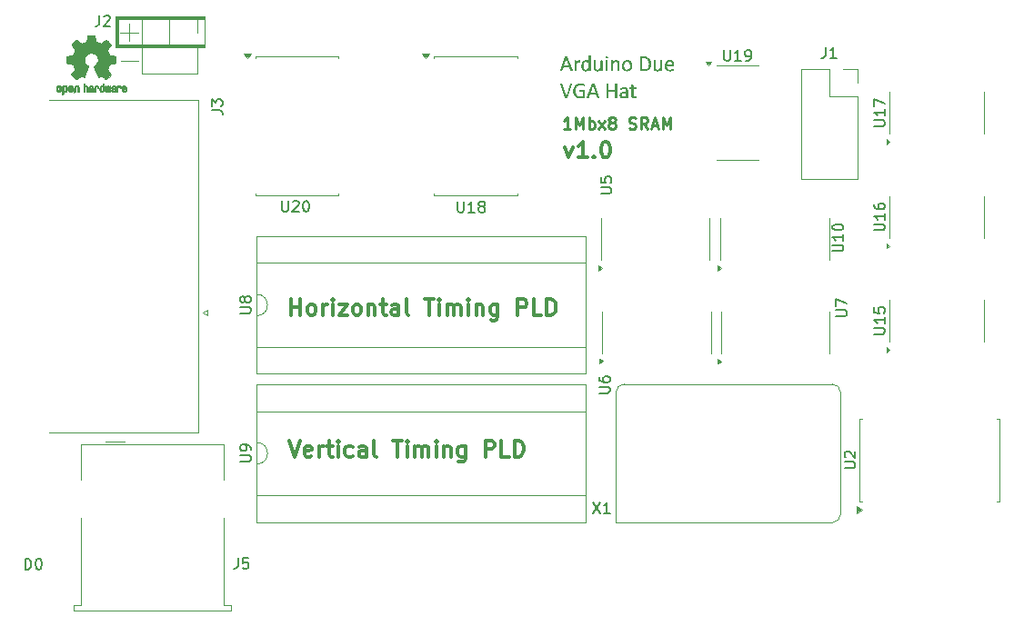
<source format=gbr>
%TF.GenerationSoftware,KiCad,Pcbnew,8.0.4+dfsg-1*%
%TF.CreationDate,2024-11-13T23:12:42-05:00*%
%TF.ProjectId,VGA_SRAM_Shield,5647415f-5352-4414-9d5f-536869656c64,rev?*%
%TF.SameCoordinates,Original*%
%TF.FileFunction,Legend,Top*%
%TF.FilePolarity,Positive*%
%FSLAX46Y46*%
G04 Gerber Fmt 4.6, Leading zero omitted, Abs format (unit mm)*
G04 Created by KiCad (PCBNEW 8.0.4+dfsg-1) date 2024-11-13 23:12:42*
%MOMM*%
%LPD*%
G01*
G04 APERTURE LIST*
%ADD10C,0.100000*%
%ADD11C,0.250000*%
%ADD12C,0.320000*%
%ADD13C,0.300000*%
%ADD14C,0.150000*%
%ADD15C,0.010000*%
%ADD16C,0.120000*%
G04 APERTURE END LIST*
D10*
X35550000Y-132475000D02*
X35625000Y-132475000D01*
X35625000Y-134725000D01*
X35550000Y-134725000D01*
X35550000Y-132475000D01*
X35600000Y-132150000D02*
X43650000Y-132150000D01*
X43650000Y-132225000D01*
X35600000Y-132225000D01*
X35600000Y-132150000D01*
X35425000Y-132100000D02*
X35500000Y-132100000D01*
X35500000Y-135025000D01*
X35425000Y-135025000D01*
X35425000Y-132100000D01*
X35861800Y-133650000D02*
X37487400Y-133650000D01*
X35500000Y-132100000D02*
X43725000Y-132100000D01*
X43725000Y-135025000D01*
X35500000Y-135025000D01*
X35500000Y-132100000D01*
X35600000Y-132225000D02*
X43650000Y-132225000D01*
X43650000Y-132300000D01*
X35600000Y-132300000D01*
X35600000Y-132225000D01*
X35575000Y-134900000D02*
X43675000Y-134900000D01*
X43675000Y-134975000D01*
X35575000Y-134975000D01*
X35575000Y-134900000D01*
X35550000Y-134775000D02*
X43675000Y-134775000D01*
X43675000Y-134825000D01*
X35550000Y-134825000D01*
X35550000Y-134775000D01*
X35887200Y-136250000D02*
X37512800Y-136250000D01*
X35550000Y-132350000D02*
X43650000Y-132350000D01*
X43650000Y-132425000D01*
X35550000Y-132425000D01*
X35550000Y-132350000D01*
X36700000Y-134437400D02*
X36700000Y-132811800D01*
D11*
X77761368Y-142625780D02*
X77132796Y-142625780D01*
X77447082Y-142625780D02*
X77447082Y-141525780D01*
X77447082Y-141525780D02*
X77342320Y-141682923D01*
X77342320Y-141682923D02*
X77237558Y-141787685D01*
X77237558Y-141787685D02*
X77132796Y-141840066D01*
X78232796Y-142625780D02*
X78232796Y-141525780D01*
X78232796Y-141525780D02*
X78599463Y-142311495D01*
X78599463Y-142311495D02*
X78966130Y-141525780D01*
X78966130Y-141525780D02*
X78966130Y-142625780D01*
X79489939Y-142625780D02*
X79489939Y-141525780D01*
X79489939Y-141944828D02*
X79594701Y-141892447D01*
X79594701Y-141892447D02*
X79804225Y-141892447D01*
X79804225Y-141892447D02*
X79908987Y-141944828D01*
X79908987Y-141944828D02*
X79961368Y-141997209D01*
X79961368Y-141997209D02*
X80013749Y-142101971D01*
X80013749Y-142101971D02*
X80013749Y-142416257D01*
X80013749Y-142416257D02*
X79961368Y-142521019D01*
X79961368Y-142521019D02*
X79908987Y-142573400D01*
X79908987Y-142573400D02*
X79804225Y-142625780D01*
X79804225Y-142625780D02*
X79594701Y-142625780D01*
X79594701Y-142625780D02*
X79489939Y-142573400D01*
X80380415Y-142625780D02*
X80956606Y-141892447D01*
X80380415Y-141892447D02*
X80956606Y-142625780D01*
X81532796Y-141997209D02*
X81428034Y-141944828D01*
X81428034Y-141944828D02*
X81375653Y-141892447D01*
X81375653Y-141892447D02*
X81323272Y-141787685D01*
X81323272Y-141787685D02*
X81323272Y-141735304D01*
X81323272Y-141735304D02*
X81375653Y-141630542D01*
X81375653Y-141630542D02*
X81428034Y-141578161D01*
X81428034Y-141578161D02*
X81532796Y-141525780D01*
X81532796Y-141525780D02*
X81742320Y-141525780D01*
X81742320Y-141525780D02*
X81847082Y-141578161D01*
X81847082Y-141578161D02*
X81899463Y-141630542D01*
X81899463Y-141630542D02*
X81951844Y-141735304D01*
X81951844Y-141735304D02*
X81951844Y-141787685D01*
X81951844Y-141787685D02*
X81899463Y-141892447D01*
X81899463Y-141892447D02*
X81847082Y-141944828D01*
X81847082Y-141944828D02*
X81742320Y-141997209D01*
X81742320Y-141997209D02*
X81532796Y-141997209D01*
X81532796Y-141997209D02*
X81428034Y-142049590D01*
X81428034Y-142049590D02*
X81375653Y-142101971D01*
X81375653Y-142101971D02*
X81323272Y-142206733D01*
X81323272Y-142206733D02*
X81323272Y-142416257D01*
X81323272Y-142416257D02*
X81375653Y-142521019D01*
X81375653Y-142521019D02*
X81428034Y-142573400D01*
X81428034Y-142573400D02*
X81532796Y-142625780D01*
X81532796Y-142625780D02*
X81742320Y-142625780D01*
X81742320Y-142625780D02*
X81847082Y-142573400D01*
X81847082Y-142573400D02*
X81899463Y-142521019D01*
X81899463Y-142521019D02*
X81951844Y-142416257D01*
X81951844Y-142416257D02*
X81951844Y-142206733D01*
X81951844Y-142206733D02*
X81899463Y-142101971D01*
X81899463Y-142101971D02*
X81847082Y-142049590D01*
X81847082Y-142049590D02*
X81742320Y-141997209D01*
X83208986Y-142573400D02*
X83366129Y-142625780D01*
X83366129Y-142625780D02*
X83628034Y-142625780D01*
X83628034Y-142625780D02*
X83732796Y-142573400D01*
X83732796Y-142573400D02*
X83785177Y-142521019D01*
X83785177Y-142521019D02*
X83837558Y-142416257D01*
X83837558Y-142416257D02*
X83837558Y-142311495D01*
X83837558Y-142311495D02*
X83785177Y-142206733D01*
X83785177Y-142206733D02*
X83732796Y-142154352D01*
X83732796Y-142154352D02*
X83628034Y-142101971D01*
X83628034Y-142101971D02*
X83418510Y-142049590D01*
X83418510Y-142049590D02*
X83313748Y-141997209D01*
X83313748Y-141997209D02*
X83261367Y-141944828D01*
X83261367Y-141944828D02*
X83208986Y-141840066D01*
X83208986Y-141840066D02*
X83208986Y-141735304D01*
X83208986Y-141735304D02*
X83261367Y-141630542D01*
X83261367Y-141630542D02*
X83313748Y-141578161D01*
X83313748Y-141578161D02*
X83418510Y-141525780D01*
X83418510Y-141525780D02*
X83680415Y-141525780D01*
X83680415Y-141525780D02*
X83837558Y-141578161D01*
X84937558Y-142625780D02*
X84570891Y-142101971D01*
X84308986Y-142625780D02*
X84308986Y-141525780D01*
X84308986Y-141525780D02*
X84728034Y-141525780D01*
X84728034Y-141525780D02*
X84832796Y-141578161D01*
X84832796Y-141578161D02*
X84885177Y-141630542D01*
X84885177Y-141630542D02*
X84937558Y-141735304D01*
X84937558Y-141735304D02*
X84937558Y-141892447D01*
X84937558Y-141892447D02*
X84885177Y-141997209D01*
X84885177Y-141997209D02*
X84832796Y-142049590D01*
X84832796Y-142049590D02*
X84728034Y-142101971D01*
X84728034Y-142101971D02*
X84308986Y-142101971D01*
X85356605Y-142311495D02*
X85880415Y-142311495D01*
X85251843Y-142625780D02*
X85618510Y-141525780D01*
X85618510Y-141525780D02*
X85985177Y-142625780D01*
X86351843Y-142625780D02*
X86351843Y-141525780D01*
X86351843Y-141525780D02*
X86718510Y-142311495D01*
X86718510Y-142311495D02*
X87085177Y-141525780D01*
X87085177Y-141525780D02*
X87085177Y-142625780D01*
D12*
X51774068Y-159972188D02*
X51774068Y-158472188D01*
X51774068Y-159186474D02*
X52631211Y-159186474D01*
X52631211Y-159972188D02*
X52631211Y-158472188D01*
X53559783Y-159972188D02*
X53416926Y-159900760D01*
X53416926Y-159900760D02*
X53345497Y-159829331D01*
X53345497Y-159829331D02*
X53274069Y-159686474D01*
X53274069Y-159686474D02*
X53274069Y-159257902D01*
X53274069Y-159257902D02*
X53345497Y-159115045D01*
X53345497Y-159115045D02*
X53416926Y-159043617D01*
X53416926Y-159043617D02*
X53559783Y-158972188D01*
X53559783Y-158972188D02*
X53774069Y-158972188D01*
X53774069Y-158972188D02*
X53916926Y-159043617D01*
X53916926Y-159043617D02*
X53988355Y-159115045D01*
X53988355Y-159115045D02*
X54059783Y-159257902D01*
X54059783Y-159257902D02*
X54059783Y-159686474D01*
X54059783Y-159686474D02*
X53988355Y-159829331D01*
X53988355Y-159829331D02*
X53916926Y-159900760D01*
X53916926Y-159900760D02*
X53774069Y-159972188D01*
X53774069Y-159972188D02*
X53559783Y-159972188D01*
X54702640Y-159972188D02*
X54702640Y-158972188D01*
X54702640Y-159257902D02*
X54774069Y-159115045D01*
X54774069Y-159115045D02*
X54845498Y-159043617D01*
X54845498Y-159043617D02*
X54988355Y-158972188D01*
X54988355Y-158972188D02*
X55131212Y-158972188D01*
X55631211Y-159972188D02*
X55631211Y-158972188D01*
X55631211Y-158472188D02*
X55559783Y-158543617D01*
X55559783Y-158543617D02*
X55631211Y-158615045D01*
X55631211Y-158615045D02*
X55702640Y-158543617D01*
X55702640Y-158543617D02*
X55631211Y-158472188D01*
X55631211Y-158472188D02*
X55631211Y-158615045D01*
X56202640Y-158972188D02*
X56988355Y-158972188D01*
X56988355Y-158972188D02*
X56202640Y-159972188D01*
X56202640Y-159972188D02*
X56988355Y-159972188D01*
X57774069Y-159972188D02*
X57631212Y-159900760D01*
X57631212Y-159900760D02*
X57559783Y-159829331D01*
X57559783Y-159829331D02*
X57488355Y-159686474D01*
X57488355Y-159686474D02*
X57488355Y-159257902D01*
X57488355Y-159257902D02*
X57559783Y-159115045D01*
X57559783Y-159115045D02*
X57631212Y-159043617D01*
X57631212Y-159043617D02*
X57774069Y-158972188D01*
X57774069Y-158972188D02*
X57988355Y-158972188D01*
X57988355Y-158972188D02*
X58131212Y-159043617D01*
X58131212Y-159043617D02*
X58202641Y-159115045D01*
X58202641Y-159115045D02*
X58274069Y-159257902D01*
X58274069Y-159257902D02*
X58274069Y-159686474D01*
X58274069Y-159686474D02*
X58202641Y-159829331D01*
X58202641Y-159829331D02*
X58131212Y-159900760D01*
X58131212Y-159900760D02*
X57988355Y-159972188D01*
X57988355Y-159972188D02*
X57774069Y-159972188D01*
X58916926Y-158972188D02*
X58916926Y-159972188D01*
X58916926Y-159115045D02*
X58988355Y-159043617D01*
X58988355Y-159043617D02*
X59131212Y-158972188D01*
X59131212Y-158972188D02*
X59345498Y-158972188D01*
X59345498Y-158972188D02*
X59488355Y-159043617D01*
X59488355Y-159043617D02*
X59559784Y-159186474D01*
X59559784Y-159186474D02*
X59559784Y-159972188D01*
X60059784Y-158972188D02*
X60631212Y-158972188D01*
X60274069Y-158472188D02*
X60274069Y-159757902D01*
X60274069Y-159757902D02*
X60345498Y-159900760D01*
X60345498Y-159900760D02*
X60488355Y-159972188D01*
X60488355Y-159972188D02*
X60631212Y-159972188D01*
X61774070Y-159972188D02*
X61774070Y-159186474D01*
X61774070Y-159186474D02*
X61702641Y-159043617D01*
X61702641Y-159043617D02*
X61559784Y-158972188D01*
X61559784Y-158972188D02*
X61274070Y-158972188D01*
X61274070Y-158972188D02*
X61131212Y-159043617D01*
X61774070Y-159900760D02*
X61631212Y-159972188D01*
X61631212Y-159972188D02*
X61274070Y-159972188D01*
X61274070Y-159972188D02*
X61131212Y-159900760D01*
X61131212Y-159900760D02*
X61059784Y-159757902D01*
X61059784Y-159757902D02*
X61059784Y-159615045D01*
X61059784Y-159615045D02*
X61131212Y-159472188D01*
X61131212Y-159472188D02*
X61274070Y-159400760D01*
X61274070Y-159400760D02*
X61631212Y-159400760D01*
X61631212Y-159400760D02*
X61774070Y-159329331D01*
X62702641Y-159972188D02*
X62559784Y-159900760D01*
X62559784Y-159900760D02*
X62488355Y-159757902D01*
X62488355Y-159757902D02*
X62488355Y-158472188D01*
X64202641Y-158472188D02*
X65059784Y-158472188D01*
X64631212Y-159972188D02*
X64631212Y-158472188D01*
X65559783Y-159972188D02*
X65559783Y-158972188D01*
X65559783Y-158472188D02*
X65488355Y-158543617D01*
X65488355Y-158543617D02*
X65559783Y-158615045D01*
X65559783Y-158615045D02*
X65631212Y-158543617D01*
X65631212Y-158543617D02*
X65559783Y-158472188D01*
X65559783Y-158472188D02*
X65559783Y-158615045D01*
X66274069Y-159972188D02*
X66274069Y-158972188D01*
X66274069Y-159115045D02*
X66345498Y-159043617D01*
X66345498Y-159043617D02*
X66488355Y-158972188D01*
X66488355Y-158972188D02*
X66702641Y-158972188D01*
X66702641Y-158972188D02*
X66845498Y-159043617D01*
X66845498Y-159043617D02*
X66916927Y-159186474D01*
X66916927Y-159186474D02*
X66916927Y-159972188D01*
X66916927Y-159186474D02*
X66988355Y-159043617D01*
X66988355Y-159043617D02*
X67131212Y-158972188D01*
X67131212Y-158972188D02*
X67345498Y-158972188D01*
X67345498Y-158972188D02*
X67488355Y-159043617D01*
X67488355Y-159043617D02*
X67559784Y-159186474D01*
X67559784Y-159186474D02*
X67559784Y-159972188D01*
X68274069Y-159972188D02*
X68274069Y-158972188D01*
X68274069Y-158472188D02*
X68202641Y-158543617D01*
X68202641Y-158543617D02*
X68274069Y-158615045D01*
X68274069Y-158615045D02*
X68345498Y-158543617D01*
X68345498Y-158543617D02*
X68274069Y-158472188D01*
X68274069Y-158472188D02*
X68274069Y-158615045D01*
X68988355Y-158972188D02*
X68988355Y-159972188D01*
X68988355Y-159115045D02*
X69059784Y-159043617D01*
X69059784Y-159043617D02*
X69202641Y-158972188D01*
X69202641Y-158972188D02*
X69416927Y-158972188D01*
X69416927Y-158972188D02*
X69559784Y-159043617D01*
X69559784Y-159043617D02*
X69631213Y-159186474D01*
X69631213Y-159186474D02*
X69631213Y-159972188D01*
X70988356Y-158972188D02*
X70988356Y-160186474D01*
X70988356Y-160186474D02*
X70916927Y-160329331D01*
X70916927Y-160329331D02*
X70845498Y-160400760D01*
X70845498Y-160400760D02*
X70702641Y-160472188D01*
X70702641Y-160472188D02*
X70488356Y-160472188D01*
X70488356Y-160472188D02*
X70345498Y-160400760D01*
X70988356Y-159900760D02*
X70845498Y-159972188D01*
X70845498Y-159972188D02*
X70559784Y-159972188D01*
X70559784Y-159972188D02*
X70416927Y-159900760D01*
X70416927Y-159900760D02*
X70345498Y-159829331D01*
X70345498Y-159829331D02*
X70274070Y-159686474D01*
X70274070Y-159686474D02*
X70274070Y-159257902D01*
X70274070Y-159257902D02*
X70345498Y-159115045D01*
X70345498Y-159115045D02*
X70416927Y-159043617D01*
X70416927Y-159043617D02*
X70559784Y-158972188D01*
X70559784Y-158972188D02*
X70845498Y-158972188D01*
X70845498Y-158972188D02*
X70988356Y-159043617D01*
X72845498Y-159972188D02*
X72845498Y-158472188D01*
X72845498Y-158472188D02*
X73416927Y-158472188D01*
X73416927Y-158472188D02*
X73559784Y-158543617D01*
X73559784Y-158543617D02*
X73631213Y-158615045D01*
X73631213Y-158615045D02*
X73702641Y-158757902D01*
X73702641Y-158757902D02*
X73702641Y-158972188D01*
X73702641Y-158972188D02*
X73631213Y-159115045D01*
X73631213Y-159115045D02*
X73559784Y-159186474D01*
X73559784Y-159186474D02*
X73416927Y-159257902D01*
X73416927Y-159257902D02*
X72845498Y-159257902D01*
X75059784Y-159972188D02*
X74345498Y-159972188D01*
X74345498Y-159972188D02*
X74345498Y-158472188D01*
X75559784Y-159972188D02*
X75559784Y-158472188D01*
X75559784Y-158472188D02*
X75916927Y-158472188D01*
X75916927Y-158472188D02*
X76131213Y-158543617D01*
X76131213Y-158543617D02*
X76274070Y-158686474D01*
X76274070Y-158686474D02*
X76345499Y-158829331D01*
X76345499Y-158829331D02*
X76416927Y-159115045D01*
X76416927Y-159115045D02*
X76416927Y-159329331D01*
X76416927Y-159329331D02*
X76345499Y-159615045D01*
X76345499Y-159615045D02*
X76274070Y-159757902D01*
X76274070Y-159757902D02*
X76131213Y-159900760D01*
X76131213Y-159900760D02*
X75916927Y-159972188D01*
X75916927Y-159972188D02*
X75559784Y-159972188D01*
D13*
X77246653Y-144292028D02*
X77603796Y-145292028D01*
X77603796Y-145292028D02*
X77960939Y-144292028D01*
X79318082Y-145292028D02*
X78460939Y-145292028D01*
X78889510Y-145292028D02*
X78889510Y-143792028D01*
X78889510Y-143792028D02*
X78746653Y-144006314D01*
X78746653Y-144006314D02*
X78603796Y-144149171D01*
X78603796Y-144149171D02*
X78460939Y-144220600D01*
X79960938Y-145149171D02*
X80032367Y-145220600D01*
X80032367Y-145220600D02*
X79960938Y-145292028D01*
X79960938Y-145292028D02*
X79889510Y-145220600D01*
X79889510Y-145220600D02*
X79960938Y-145149171D01*
X79960938Y-145149171D02*
X79960938Y-145292028D01*
X80960939Y-143792028D02*
X81103796Y-143792028D01*
X81103796Y-143792028D02*
X81246653Y-143863457D01*
X81246653Y-143863457D02*
X81318082Y-143934885D01*
X81318082Y-143934885D02*
X81389510Y-144077742D01*
X81389510Y-144077742D02*
X81460939Y-144363457D01*
X81460939Y-144363457D02*
X81460939Y-144720600D01*
X81460939Y-144720600D02*
X81389510Y-145006314D01*
X81389510Y-145006314D02*
X81318082Y-145149171D01*
X81318082Y-145149171D02*
X81246653Y-145220600D01*
X81246653Y-145220600D02*
X81103796Y-145292028D01*
X81103796Y-145292028D02*
X80960939Y-145292028D01*
X80960939Y-145292028D02*
X80818082Y-145220600D01*
X80818082Y-145220600D02*
X80746653Y-145149171D01*
X80746653Y-145149171D02*
X80675224Y-145006314D01*
X80675224Y-145006314D02*
X80603796Y-144720600D01*
X80603796Y-144720600D02*
X80603796Y-144363457D01*
X80603796Y-144363457D02*
X80675224Y-144077742D01*
X80675224Y-144077742D02*
X80746653Y-143934885D01*
X80746653Y-143934885D02*
X80818082Y-143863457D01*
X80818082Y-143863457D02*
X80960939Y-143792028D01*
G36*
X77433276Y-135871687D02*
G01*
X77471378Y-135878282D01*
X77495924Y-135892936D01*
X77509846Y-135916384D01*
X77957177Y-137145902D01*
X77966703Y-137187668D01*
X77955345Y-137215145D01*
X77922372Y-137227601D01*
X77868883Y-137229800D01*
X77816493Y-137228334D01*
X77783887Y-137222472D01*
X77765569Y-137209649D01*
X77754944Y-137190965D01*
X77643203Y-136878090D01*
X77105746Y-136878090D01*
X76998768Y-137186202D01*
X76988510Y-137205986D01*
X76969825Y-137219908D01*
X76938684Y-137227601D01*
X76889958Y-137229800D01*
X76838301Y-137226869D01*
X76805694Y-137214046D01*
X76795070Y-137186569D01*
X76804961Y-137144803D01*
X76961632Y-136713959D01*
X77158137Y-136713959D01*
X77588615Y-136713959D01*
X77371914Y-136072261D01*
X77158137Y-136713959D01*
X76961632Y-136713959D01*
X77251926Y-135915651D01*
X77265481Y-135892570D01*
X77288929Y-135878282D01*
X77325199Y-135871687D01*
X77377589Y-135869855D01*
X77433276Y-135871687D01*
G37*
G36*
X78696866Y-136319384D02*
G01*
X78695767Y-136359684D01*
X78690638Y-136387162D01*
X78679647Y-136405114D01*
X78659497Y-136412441D01*
X78636050Y-136407312D01*
X78608939Y-136397786D01*
X78576699Y-136389726D01*
X78538597Y-136385696D01*
X78492435Y-136395222D01*
X78443709Y-136428194D01*
X78393553Y-136483268D01*
X78388021Y-136490476D01*
X78345470Y-136551147D01*
X78324640Y-136583533D01*
X78324640Y-137186202D01*
X78318412Y-137206719D01*
X78300827Y-137220274D01*
X78271518Y-137227601D01*
X78227554Y-137229800D01*
X78184323Y-137227601D01*
X78154647Y-137220274D01*
X78136696Y-137206719D01*
X78131200Y-137186202D01*
X78131200Y-136265162D01*
X78135963Y-136245379D01*
X78152449Y-136231090D01*
X78179927Y-136223397D01*
X78220227Y-136221565D01*
X78259794Y-136223397D01*
X78286539Y-136231090D01*
X78302659Y-136245012D01*
X78308154Y-136265162D01*
X78308154Y-136360051D01*
X78355252Y-136301254D01*
X78359445Y-136296670D01*
X78413230Y-136246103D01*
X78425024Y-136237319D01*
X78487306Y-136206910D01*
X78549954Y-136198118D01*
X78581828Y-136199950D01*
X78618465Y-136205811D01*
X78654002Y-136216070D01*
X78678182Y-136228526D01*
X78689173Y-136241715D01*
X78693936Y-136256736D01*
X78696134Y-136280183D01*
X78696866Y-136319384D01*
G37*
G36*
X79598489Y-135778997D02*
G01*
X79627798Y-135786324D01*
X79646116Y-135800246D01*
X79652711Y-135820763D01*
X79652711Y-137186202D01*
X79647215Y-137207085D01*
X79630363Y-137221007D01*
X79603618Y-137227601D01*
X79566615Y-137229800D01*
X79528513Y-137227601D01*
X79501769Y-137221373D01*
X79483817Y-137208550D01*
X79477589Y-137187668D01*
X79477589Y-137101572D01*
X79420879Y-137154316D01*
X79357346Y-137198314D01*
X79342400Y-137207085D01*
X79274015Y-137236973D01*
X79200430Y-137251624D01*
X79164714Y-137253247D01*
X79090353Y-137247425D01*
X79019331Y-137227979D01*
X78985195Y-137211848D01*
X78921327Y-137166413D01*
X78869855Y-137108421D01*
X78863929Y-137099740D01*
X78828376Y-137033703D01*
X78804027Y-136964346D01*
X78796884Y-136935609D01*
X78783363Y-136857535D01*
X78777000Y-136782677D01*
X78776001Y-136737772D01*
X78776673Y-136718355D01*
X78975670Y-136718355D01*
X78978668Y-136793227D01*
X78986294Y-136857573D01*
X79004206Y-136932070D01*
X79022564Y-136976642D01*
X79065273Y-137037627D01*
X79089609Y-137058707D01*
X79160814Y-137086710D01*
X79194756Y-137089116D01*
X79256671Y-137079957D01*
X79317854Y-137048816D01*
X79376438Y-136999969D01*
X79385265Y-136991296D01*
X79434995Y-136936025D01*
X79458171Y-136906666D01*
X79458171Y-136539203D01*
X79409451Y-136480573D01*
X79353782Y-136426497D01*
X79330310Y-136408044D01*
X79263284Y-136372311D01*
X79202083Y-136362249D01*
X79129669Y-136375187D01*
X79098035Y-136392291D01*
X79044704Y-136445886D01*
X79028060Y-136472525D01*
X78999581Y-136540531D01*
X78988126Y-136586830D01*
X78978054Y-136660182D01*
X78975670Y-136718355D01*
X78776673Y-136718355D01*
X78778577Y-136663355D01*
X78787361Y-136586784D01*
X78802379Y-136515756D01*
X78825718Y-136445311D01*
X78859025Y-136378065D01*
X78880415Y-136345763D01*
X78930774Y-136289883D01*
X78990811Y-136246627D01*
X79009742Y-136236586D01*
X79081799Y-136210289D01*
X79156622Y-136199057D01*
X79187428Y-136198118D01*
X79263469Y-136206248D01*
X79332908Y-136230640D01*
X79341668Y-136235121D01*
X79405598Y-136275329D01*
X79458171Y-136321949D01*
X79458171Y-135820396D01*
X79463667Y-135800246D01*
X79481985Y-135785958D01*
X79511661Y-135778997D01*
X79554525Y-135776066D01*
X79598489Y-135778997D01*
G37*
G36*
X80756200Y-137186202D02*
G01*
X80750705Y-137206719D01*
X80733485Y-137220274D01*
X80705642Y-137227601D01*
X80667174Y-137229800D01*
X80626507Y-137227601D01*
X80599030Y-137220274D01*
X80582910Y-137206352D01*
X80578147Y-137186202D01*
X80578147Y-137096077D01*
X80525887Y-137148578D01*
X80462575Y-137195381D01*
X80438196Y-137209649D01*
X80368142Y-137239452D01*
X80291994Y-137252864D01*
X80276629Y-137253247D01*
X80198891Y-137247076D01*
X80128051Y-137226768D01*
X80115429Y-137221007D01*
X80052393Y-137180238D01*
X80008451Y-137133446D01*
X79971757Y-137069807D01*
X79950199Y-137005585D01*
X79937839Y-136930714D01*
X79933249Y-136855278D01*
X79932980Y-136830096D01*
X79932980Y-136265162D01*
X79938475Y-136245379D01*
X79956793Y-136230724D01*
X79987201Y-136223397D01*
X80030066Y-136221565D01*
X80073297Y-136223397D01*
X80102973Y-136230724D01*
X80121291Y-136244646D01*
X80127519Y-136265529D01*
X80127519Y-136811412D01*
X80130724Y-136887847D01*
X80138876Y-136940005D01*
X80166485Y-137009944D01*
X80173315Y-137020606D01*
X80228326Y-137070027D01*
X80230467Y-137071164D01*
X80302816Y-137088958D01*
X80311434Y-137089116D01*
X80383171Y-137072454D01*
X80432700Y-137041855D01*
X80487498Y-136992367D01*
X80536476Y-136937000D01*
X80561661Y-136904834D01*
X80561661Y-136265162D01*
X80567156Y-136245012D01*
X80585474Y-136230724D01*
X80615516Y-136223397D01*
X80658747Y-136221565D01*
X80701978Y-136223397D01*
X80731287Y-136230724D01*
X80749239Y-136244280D01*
X80756200Y-136265162D01*
X80756200Y-137186202D01*
G37*
G36*
X81235038Y-137186202D02*
G01*
X81228810Y-137206719D01*
X81211224Y-137220274D01*
X81181915Y-137227601D01*
X81137952Y-137229800D01*
X81094721Y-137227601D01*
X81065045Y-137220274D01*
X81047093Y-137206719D01*
X81041598Y-137186202D01*
X81041598Y-136265162D01*
X81047093Y-136245745D01*
X81064679Y-136231457D01*
X81094721Y-136223763D01*
X81137952Y-136221565D01*
X81181915Y-136223763D01*
X81211591Y-136231457D01*
X81229176Y-136245379D01*
X81235038Y-136265162D01*
X81235038Y-137186202D01*
G37*
G36*
X81254822Y-135939098D02*
G01*
X81242354Y-136011560D01*
X81228444Y-136031788D01*
X81156380Y-136056808D01*
X81136853Y-136057434D01*
X81064224Y-136044375D01*
X81046727Y-136032155D01*
X81021708Y-135960806D01*
X81021081Y-135941296D01*
X81033376Y-135869008D01*
X81047093Y-135848973D01*
X81119514Y-135823596D01*
X81139051Y-135822961D01*
X81211679Y-135836020D01*
X81229176Y-135848240D01*
X81254196Y-135919589D01*
X81254822Y-135939098D01*
G37*
G36*
X82344389Y-137186202D02*
G01*
X82338161Y-137206719D01*
X82320575Y-137220274D01*
X82291266Y-137227601D01*
X82248035Y-137229800D01*
X82203705Y-137227601D01*
X82174396Y-137220274D01*
X82156811Y-137206719D01*
X82150949Y-137185836D01*
X82150949Y-136637022D01*
X82147537Y-136562223D01*
X82138859Y-136510993D01*
X82111154Y-136441151D01*
X82104421Y-136430393D01*
X82049453Y-136380926D01*
X82047268Y-136379834D01*
X81974556Y-136362403D01*
X81965935Y-136362249D01*
X81893634Y-136377877D01*
X81843569Y-136406579D01*
X81784820Y-136456650D01*
X81732212Y-136514370D01*
X81715708Y-136534806D01*
X81715708Y-137185836D01*
X81709480Y-137206719D01*
X81691894Y-137220274D01*
X81662585Y-137227601D01*
X81618622Y-137229800D01*
X81575391Y-137227601D01*
X81545715Y-137220274D01*
X81527763Y-137206719D01*
X81522268Y-137186202D01*
X81522268Y-136265162D01*
X81527030Y-136245379D01*
X81543517Y-136231090D01*
X81570994Y-136223397D01*
X81611294Y-136221565D01*
X81650862Y-136223397D01*
X81677606Y-136231090D01*
X81693726Y-136245012D01*
X81699222Y-136265162D01*
X81699222Y-136354922D01*
X81754900Y-136299423D01*
X81818714Y-136253462D01*
X81838440Y-136242081D01*
X81908995Y-136212028D01*
X81985368Y-136198504D01*
X82000739Y-136198118D01*
X82078658Y-136204429D01*
X82149380Y-136225198D01*
X82161940Y-136231090D01*
X82224872Y-136272042D01*
X82268552Y-136318652D01*
X82307179Y-136385743D01*
X82326804Y-136445780D01*
X82339426Y-136519985D01*
X82344114Y-136594323D01*
X82344389Y-136619070D01*
X82344389Y-137186202D01*
G37*
G36*
X83122243Y-136202317D02*
G01*
X83197944Y-136216476D01*
X83249309Y-136233655D01*
X83315615Y-136267613D01*
X83376203Y-136316219D01*
X83395122Y-136336603D01*
X83437852Y-136396328D01*
X83470786Y-136465365D01*
X83482683Y-136500368D01*
X83500320Y-136575484D01*
X83509336Y-136650315D01*
X83511626Y-136715790D01*
X83508033Y-136793766D01*
X83497253Y-136867498D01*
X83481218Y-136930846D01*
X83454084Y-137000999D01*
X83414921Y-137068510D01*
X83389626Y-137101206D01*
X83335134Y-137154112D01*
X83270484Y-137196739D01*
X83237219Y-137212947D01*
X83164730Y-137237505D01*
X83091132Y-137250059D01*
X83025827Y-137253247D01*
X82949150Y-137249091D01*
X82873304Y-137235077D01*
X82821762Y-137218076D01*
X82755632Y-137183881D01*
X82694965Y-137135154D01*
X82675949Y-137114761D01*
X82630658Y-137050126D01*
X82598775Y-136980564D01*
X82589121Y-136951363D01*
X82571930Y-136875869D01*
X82563142Y-136800511D01*
X82560910Y-136734475D01*
X82561404Y-136723484D01*
X82762777Y-136723484D01*
X82766166Y-136797948D01*
X82776333Y-136867465D01*
X82798629Y-136940446D01*
X82821029Y-136983236D01*
X82870737Y-137038512D01*
X82903827Y-137060539D01*
X82974905Y-137084399D01*
X83034253Y-137089116D01*
X83108480Y-137080885D01*
X83157718Y-137063104D01*
X83217952Y-137019489D01*
X83243081Y-136989465D01*
X83278343Y-136922803D01*
X83292906Y-136875525D01*
X83305484Y-136800465D01*
X83309026Y-136727880D01*
X83305637Y-136654333D01*
X83295471Y-136585365D01*
X83273303Y-136511949D01*
X83251141Y-136468861D01*
X83201921Y-136412939D01*
X83168709Y-136390825D01*
X83097937Y-136366965D01*
X83038649Y-136362249D01*
X82963649Y-136370595D01*
X82914452Y-136388627D01*
X82854706Y-136432235D01*
X82829455Y-136462633D01*
X82794222Y-136529752D01*
X82779264Y-136577305D01*
X82766400Y-136651769D01*
X82762777Y-136723484D01*
X82561404Y-136723484D01*
X82564417Y-136656500D01*
X82574937Y-136582767D01*
X82590586Y-136519419D01*
X82617445Y-136449318D01*
X82656310Y-136381979D01*
X82681444Y-136349426D01*
X82736053Y-136296404D01*
X82800457Y-136254023D01*
X82833485Y-136238051D01*
X82905905Y-136213717D01*
X82979803Y-136201277D01*
X83045610Y-136198118D01*
X83122243Y-136202317D01*
G37*
G36*
X84680379Y-135872047D02*
G01*
X84758746Y-135879918D01*
X84838918Y-135895615D01*
X84903077Y-135915651D01*
X84975463Y-135948209D01*
X85040120Y-135988637D01*
X85097050Y-136036937D01*
X85107509Y-136047542D01*
X85155322Y-136104858D01*
X85195264Y-136169186D01*
X85227335Y-136240527D01*
X85232805Y-136255637D01*
X85253349Y-136326667D01*
X85267169Y-136402507D01*
X85274266Y-136483159D01*
X85275303Y-136530044D01*
X85273147Y-136604734D01*
X85265402Y-136684985D01*
X85252024Y-136759786D01*
X85230241Y-136837423D01*
X85201560Y-136908077D01*
X85161875Y-136978287D01*
X85113962Y-137039767D01*
X85097983Y-137056509D01*
X85039887Y-137106713D01*
X84974135Y-137148329D01*
X84900726Y-137181359D01*
X84885125Y-137186935D01*
X84810702Y-137207656D01*
X84738270Y-137220381D01*
X84659931Y-137227748D01*
X84586539Y-137229800D01*
X84304438Y-137229800D01*
X84251682Y-137211115D01*
X84226769Y-137145902D01*
X84226769Y-137065668D01*
X84427536Y-137065668D01*
X84598262Y-137065668D01*
X84672637Y-137062591D01*
X84745358Y-137052099D01*
X84808555Y-137034161D01*
X84877778Y-137000211D01*
X84936061Y-136953498D01*
X84950705Y-136937807D01*
X84995244Y-136874294D01*
X85026806Y-136803765D01*
X85036434Y-136773676D01*
X85052912Y-136701002D01*
X85061957Y-136627271D01*
X85065348Y-136546242D01*
X85065377Y-136537737D01*
X85061667Y-136458620D01*
X85050539Y-136383933D01*
X85038998Y-136336603D01*
X85012966Y-136265288D01*
X84973977Y-136198089D01*
X84957299Y-136176502D01*
X84903143Y-136123448D01*
X84837487Y-136081614D01*
X84816615Y-136071722D01*
X84745758Y-136048727D01*
X84668314Y-136036971D01*
X84596064Y-136033987D01*
X84427536Y-136033987D01*
X84427536Y-137065668D01*
X84226769Y-137065668D01*
X84226769Y-135953753D01*
X84251682Y-135888906D01*
X84304438Y-135869855D01*
X84606322Y-135869855D01*
X84680379Y-135872047D01*
G37*
G36*
X86316144Y-137186202D02*
G01*
X86310649Y-137206719D01*
X86293430Y-137220274D01*
X86265586Y-137227601D01*
X86227118Y-137229800D01*
X86186451Y-137227601D01*
X86158974Y-137220274D01*
X86142854Y-137206352D01*
X86138091Y-137186202D01*
X86138091Y-137096077D01*
X86085831Y-137148578D01*
X86022519Y-137195381D01*
X85998140Y-137209649D01*
X85928086Y-137239452D01*
X85851938Y-137252864D01*
X85836573Y-137253247D01*
X85758835Y-137247076D01*
X85687996Y-137226768D01*
X85675373Y-137221007D01*
X85612337Y-137180238D01*
X85568395Y-137133446D01*
X85531701Y-137069807D01*
X85510143Y-137005585D01*
X85497783Y-136930714D01*
X85493193Y-136855278D01*
X85492924Y-136830096D01*
X85492924Y-136265162D01*
X85498419Y-136245379D01*
X85516737Y-136230724D01*
X85547146Y-136223397D01*
X85590010Y-136221565D01*
X85633241Y-136223397D01*
X85662917Y-136230724D01*
X85681235Y-136244646D01*
X85687463Y-136265529D01*
X85687463Y-136811412D01*
X85690668Y-136887847D01*
X85698820Y-136940005D01*
X85726429Y-137009944D01*
X85733259Y-137020606D01*
X85788271Y-137070027D01*
X85790412Y-137071164D01*
X85862760Y-137088958D01*
X85871378Y-137089116D01*
X85943115Y-137072454D01*
X85992645Y-137041855D01*
X86047442Y-136992367D01*
X86096420Y-136937000D01*
X86121605Y-136904834D01*
X86121605Y-136265162D01*
X86127100Y-136245012D01*
X86145418Y-136230724D01*
X86175460Y-136223397D01*
X86218691Y-136221565D01*
X86261922Y-136223397D01*
X86291231Y-136230724D01*
X86309183Y-136244280D01*
X86316144Y-136265162D01*
X86316144Y-137186202D01*
G37*
G36*
X87076070Y-136203167D02*
G01*
X87151543Y-136220032D01*
X87187725Y-136234021D01*
X87251568Y-136270206D01*
X87307988Y-136319557D01*
X87317784Y-136330742D01*
X87359569Y-136391922D01*
X87389440Y-136462118D01*
X87392522Y-136472158D01*
X87408801Y-136545108D01*
X87415964Y-136622264D01*
X87416336Y-136645082D01*
X87416336Y-136675490D01*
X87392522Y-136741070D01*
X87338667Y-136760853D01*
X86742592Y-136760853D01*
X86747345Y-136835184D01*
X86757613Y-136890913D01*
X86783831Y-136962067D01*
X86806706Y-136997891D01*
X86863929Y-137048817D01*
X86896465Y-137065668D01*
X86971200Y-137085246D01*
X87032753Y-137089116D01*
X87108086Y-137084965D01*
X87147791Y-137078491D01*
X87221000Y-137059533D01*
X87235352Y-137054677D01*
X87297268Y-137030131D01*
X87337568Y-137018774D01*
X87356985Y-137024269D01*
X87369808Y-137039656D01*
X87375303Y-137063836D01*
X87377135Y-137097542D01*
X87376036Y-137122821D01*
X87373105Y-137142238D01*
X87366877Y-137159091D01*
X87355520Y-137173746D01*
X87319250Y-137194629D01*
X87248045Y-137219861D01*
X87245244Y-137220640D01*
X87173274Y-137237222D01*
X87141197Y-137242989D01*
X87068311Y-137251554D01*
X87015167Y-137253247D01*
X86938404Y-137249307D01*
X86862266Y-137236024D01*
X86810370Y-137219908D01*
X86743403Y-137187499D01*
X86681293Y-137140696D01*
X86661626Y-137120989D01*
X86617408Y-137062385D01*
X86582985Y-136993140D01*
X86570401Y-136957591D01*
X86551871Y-136879624D01*
X86542398Y-136800551D01*
X86539993Y-136730445D01*
X86543070Y-136656099D01*
X86551232Y-136596722D01*
X86742959Y-136596722D01*
X87222163Y-136596722D01*
X87214265Y-136518416D01*
X87182770Y-136448692D01*
X87165743Y-136427462D01*
X87102982Y-136382883D01*
X87031438Y-136364542D01*
X86989522Y-136362249D01*
X86913676Y-136371773D01*
X86884009Y-136382399D01*
X86820456Y-136424091D01*
X86808538Y-136436254D01*
X86768073Y-136498524D01*
X86761277Y-136515023D01*
X86743646Y-136587351D01*
X86742959Y-136596722D01*
X86551232Y-136596722D01*
X86553562Y-136579773D01*
X86571500Y-136509161D01*
X86599321Y-136439369D01*
X86638297Y-136373062D01*
X86663091Y-136341366D01*
X86720112Y-136286950D01*
X86786670Y-136244875D01*
X86807439Y-136235121D01*
X86879526Y-136211163D01*
X86951972Y-136199888D01*
X86996849Y-136198118D01*
X87076070Y-136203167D01*
G37*
G36*
X77497756Y-139705103D02*
G01*
X77483102Y-139728184D01*
X77459288Y-139742106D01*
X77423384Y-139748334D01*
X77372460Y-139749800D01*
X77331793Y-139749433D01*
X77301385Y-139746502D01*
X77278304Y-139741373D01*
X77260352Y-139733313D01*
X77247896Y-139720857D01*
X77239836Y-139704370D01*
X76803862Y-138474119D01*
X76794337Y-138432354D01*
X76806793Y-138404510D01*
X76841964Y-138392054D01*
X76900216Y-138389855D01*
X76947843Y-138391687D01*
X76977885Y-138398282D01*
X76995471Y-138412204D01*
X77006095Y-138432354D01*
X77378321Y-139549765D01*
X77377589Y-139549765D01*
X77739190Y-138435284D01*
X77747983Y-138413303D01*
X77766668Y-138398282D01*
X77799274Y-138391321D01*
X77850565Y-138389855D01*
X77904054Y-138392786D01*
X77935195Y-138406342D01*
X77943255Y-138434185D01*
X77932631Y-138475218D01*
X77497756Y-139705103D01*
G37*
G36*
X79126245Y-138561314D02*
G01*
X79124047Y-138596485D01*
X79116354Y-138624328D01*
X79102065Y-138641914D01*
X79082648Y-138647776D01*
X79036853Y-138628725D01*
X78970896Y-138593422D01*
X78959183Y-138588058D01*
X78888626Y-138561266D01*
X78845244Y-138548491D01*
X78772887Y-138535027D01*
X78699056Y-138530609D01*
X78687707Y-138530539D01*
X78610067Y-138536103D01*
X78538712Y-138552796D01*
X78494633Y-138570107D01*
X78429806Y-138607334D01*
X78373444Y-138654720D01*
X78350286Y-138680016D01*
X78306598Y-138741583D01*
X78271980Y-138811977D01*
X78259061Y-138847444D01*
X78239861Y-138922629D01*
X78230046Y-138995712D01*
X78227554Y-139058470D01*
X78230953Y-139135292D01*
X78242543Y-139213185D01*
X78262358Y-139284151D01*
X78292171Y-139353411D01*
X78332841Y-139418559D01*
X78358346Y-139449381D01*
X78416369Y-139501874D01*
X78483368Y-139542025D01*
X78504159Y-139551230D01*
X78575763Y-139573527D01*
X78653050Y-139584458D01*
X78690638Y-139585668D01*
X78766773Y-139580087D01*
X78813004Y-139571380D01*
X78884846Y-139548769D01*
X78922181Y-139531080D01*
X78922181Y-139163617D01*
X78625059Y-139163617D01*
X78589155Y-139142368D01*
X78578164Y-139081917D01*
X78580363Y-139047479D01*
X78588423Y-139021834D01*
X78603077Y-139005347D01*
X78625059Y-138999485D01*
X79048210Y-138999485D01*
X79074954Y-139004615D01*
X79099501Y-139019269D01*
X79116720Y-139046014D01*
X79122948Y-139083383D01*
X79122948Y-139592996D01*
X79111957Y-139645386D01*
X79069459Y-139684220D01*
X79001338Y-139713472D01*
X78989592Y-139717926D01*
X78918897Y-139740745D01*
X78890307Y-139748334D01*
X78816346Y-139763023D01*
X78786992Y-139767019D01*
X78712587Y-139772754D01*
X78683677Y-139773247D01*
X78607336Y-139770179D01*
X78526379Y-139759392D01*
X78450638Y-139740838D01*
X78403042Y-139724154D01*
X78336401Y-139693029D01*
X78269425Y-139650697D01*
X78209891Y-139600208D01*
X78193482Y-139583470D01*
X78143873Y-139522984D01*
X78102206Y-139455557D01*
X78071497Y-139388939D01*
X78062690Y-139365483D01*
X78040907Y-139291684D01*
X78026252Y-139213306D01*
X78019211Y-139139793D01*
X78017627Y-139082284D01*
X78020673Y-139003035D01*
X78029809Y-138927586D01*
X78047367Y-138847251D01*
X78066354Y-138788093D01*
X78096921Y-138716770D01*
X78133806Y-138651591D01*
X78182199Y-138586375D01*
X78203740Y-138562413D01*
X78262659Y-138508138D01*
X78328590Y-138462092D01*
X78393924Y-138427686D01*
X78416964Y-138417699D01*
X78489089Y-138392905D01*
X78565329Y-138376225D01*
X78645684Y-138367660D01*
X78692104Y-138366408D01*
X78767025Y-138369431D01*
X78837184Y-138378498D01*
X78908977Y-138393374D01*
X78958084Y-138406708D01*
X79028151Y-138432949D01*
X79047477Y-138442612D01*
X79099134Y-138475585D01*
X79120384Y-138508191D01*
X79126245Y-138561314D01*
G37*
G36*
X79923088Y-138391687D02*
G01*
X79961190Y-138398282D01*
X79985736Y-138412936D01*
X79999658Y-138436384D01*
X80446989Y-139665902D01*
X80456514Y-139707668D01*
X80445157Y-139735145D01*
X80412184Y-139747601D01*
X80358695Y-139749800D01*
X80306305Y-139748334D01*
X80273698Y-139742472D01*
X80255380Y-139729649D01*
X80244756Y-139710965D01*
X80133014Y-139398090D01*
X79595558Y-139398090D01*
X79488580Y-139706202D01*
X79478321Y-139725986D01*
X79459637Y-139739908D01*
X79428496Y-139747601D01*
X79379769Y-139749800D01*
X79328112Y-139746869D01*
X79295506Y-139734046D01*
X79284881Y-139706569D01*
X79294773Y-139664803D01*
X79451443Y-139233959D01*
X79647948Y-139233959D01*
X80078426Y-139233959D01*
X79861725Y-138592261D01*
X79647948Y-139233959D01*
X79451443Y-139233959D01*
X79741737Y-138435651D01*
X79755293Y-138412570D01*
X79778740Y-138398282D01*
X79815010Y-138391687D01*
X79867400Y-138389855D01*
X79923088Y-138391687D01*
G37*
G36*
X82099291Y-139705469D02*
G01*
X82092697Y-139726352D01*
X82074012Y-139739908D01*
X82043238Y-139747235D01*
X82000007Y-139749800D01*
X81954944Y-139747235D01*
X81924902Y-139740274D01*
X81905851Y-139726719D01*
X81899623Y-139705836D01*
X81899623Y-139140169D01*
X81316371Y-139140169D01*
X81316371Y-139705836D01*
X81309776Y-139726719D01*
X81291092Y-139740274D01*
X81260317Y-139747235D01*
X81215987Y-139749800D01*
X81171657Y-139747235D01*
X81140883Y-139739908D01*
X81121832Y-139726352D01*
X81115603Y-139705469D01*
X81115603Y-138434185D01*
X81121832Y-138413303D01*
X81140883Y-138399747D01*
X81171657Y-138392786D01*
X81215987Y-138389855D01*
X81260317Y-138392786D01*
X81291092Y-138399747D01*
X81309776Y-138413303D01*
X81316371Y-138434185D01*
X81316371Y-138952591D01*
X81899623Y-138952591D01*
X81899623Y-138434185D01*
X81905851Y-138413303D01*
X81924902Y-138399747D01*
X81954944Y-138392786D01*
X82000007Y-138389855D01*
X82043238Y-138392786D01*
X82074012Y-138399747D01*
X82092697Y-138413303D01*
X82099291Y-138434185D01*
X82099291Y-139705469D01*
G37*
G36*
X82825611Y-138721987D02*
G01*
X82898500Y-138734810D01*
X82921779Y-138741565D01*
X82990812Y-138772888D01*
X83039016Y-138811174D01*
X83084051Y-138873177D01*
X83104595Y-138924381D01*
X83119982Y-138996829D01*
X83125091Y-139074565D01*
X83125111Y-139080086D01*
X83125111Y-139706935D01*
X83113388Y-139734046D01*
X83085544Y-139746502D01*
X83040481Y-139749800D01*
X82993953Y-139746502D01*
X82965743Y-139734046D01*
X82955485Y-139706935D01*
X82955485Y-139643920D01*
X82897370Y-139693689D01*
X82836783Y-139731115D01*
X82767640Y-139759916D01*
X82694851Y-139772589D01*
X82673384Y-139773247D01*
X82597697Y-139767457D01*
X82537097Y-139752730D01*
X82467488Y-139720244D01*
X82432317Y-139693746D01*
X82383457Y-139634879D01*
X82364539Y-139598125D01*
X82344350Y-139525701D01*
X82340359Y-139469897D01*
X82340723Y-139466234D01*
X82537830Y-139466234D01*
X82554287Y-139537760D01*
X82579961Y-139570647D01*
X82646651Y-139603706D01*
X82700129Y-139609116D01*
X82772729Y-139597879D01*
X82818831Y-139577242D01*
X82878540Y-139534095D01*
X82932770Y-139481254D01*
X82932770Y-139304301D01*
X82799047Y-139304301D01*
X82724279Y-139308304D01*
X82680712Y-139315658D01*
X82611596Y-139340290D01*
X82599012Y-139347898D01*
X82552484Y-139398456D01*
X82537830Y-139466234D01*
X82340723Y-139466234D01*
X82347685Y-139396256D01*
X82373698Y-139324084D01*
X82417186Y-139264010D01*
X82468953Y-139221136D01*
X82537372Y-139185415D01*
X82607907Y-139162875D01*
X82618796Y-139160319D01*
X82694042Y-139147273D01*
X82769724Y-139141134D01*
X82816633Y-139140169D01*
X82932770Y-139140169D01*
X82932770Y-139081917D01*
X82925514Y-139008579D01*
X82921779Y-138993990D01*
X82887707Y-138932074D01*
X82826891Y-138895072D01*
X82752994Y-138882700D01*
X82732369Y-138882249D01*
X82657431Y-138888402D01*
X82622460Y-138896537D01*
X82551019Y-138921690D01*
X82536730Y-138928044D01*
X82473349Y-138960651D01*
X82431584Y-138976038D01*
X82411067Y-138970543D01*
X82396047Y-138955155D01*
X82387987Y-138931342D01*
X82385788Y-138901666D01*
X82389818Y-138859534D01*
X82409968Y-138828393D01*
X82460527Y-138793955D01*
X82526562Y-138762203D01*
X82540394Y-138756952D01*
X82613072Y-138734970D01*
X82639312Y-138729109D01*
X82713710Y-138719191D01*
X82747756Y-138718118D01*
X82825611Y-138721987D01*
G37*
G36*
X83895209Y-139653812D02*
G01*
X83890446Y-139703638D01*
X83875425Y-139732580D01*
X83847215Y-139750166D01*
X83807282Y-139762622D01*
X83761120Y-139770316D01*
X83712393Y-139773247D01*
X83639163Y-139767560D01*
X83584166Y-139753097D01*
X83519119Y-139715347D01*
X83495506Y-139691548D01*
X83458029Y-139628376D01*
X83444947Y-139588233D01*
X83432505Y-139511674D01*
X83429560Y-139443153D01*
X83429560Y-138905696D01*
X83311591Y-138905696D01*
X83277519Y-138884813D01*
X83265795Y-138823997D01*
X83268360Y-138788826D01*
X83276786Y-138763181D01*
X83291807Y-138747060D01*
X83312690Y-138741565D01*
X83429560Y-138741565D01*
X83429560Y-138529074D01*
X83434689Y-138509656D01*
X83452275Y-138494269D01*
X83482317Y-138485843D01*
X83525914Y-138483645D01*
X83569878Y-138485843D01*
X83599553Y-138493903D01*
X83617139Y-138509290D01*
X83623000Y-138529074D01*
X83623000Y-138741565D01*
X83849414Y-138741565D01*
X83869930Y-138747060D01*
X83884585Y-138763181D01*
X83893011Y-138789192D01*
X83895209Y-138823997D01*
X83883485Y-138884813D01*
X83849414Y-138905696D01*
X83623000Y-138905696D01*
X83623000Y-139422636D01*
X83627979Y-139496517D01*
X83649012Y-139563686D01*
X83710699Y-139606276D01*
X83741336Y-139609116D01*
X83780903Y-139604719D01*
X83812411Y-139595560D01*
X83837690Y-139585302D01*
X83859672Y-139580173D01*
X83875792Y-139584936D01*
X83887149Y-139599224D01*
X83893011Y-139621938D01*
X83895209Y-139653812D01*
G37*
D12*
X51559783Y-171654788D02*
X52059783Y-173154788D01*
X52059783Y-173154788D02*
X52559783Y-171654788D01*
X53631211Y-173083360D02*
X53488354Y-173154788D01*
X53488354Y-173154788D02*
X53202640Y-173154788D01*
X53202640Y-173154788D02*
X53059782Y-173083360D01*
X53059782Y-173083360D02*
X52988354Y-172940502D01*
X52988354Y-172940502D02*
X52988354Y-172369074D01*
X52988354Y-172369074D02*
X53059782Y-172226217D01*
X53059782Y-172226217D02*
X53202640Y-172154788D01*
X53202640Y-172154788D02*
X53488354Y-172154788D01*
X53488354Y-172154788D02*
X53631211Y-172226217D01*
X53631211Y-172226217D02*
X53702640Y-172369074D01*
X53702640Y-172369074D02*
X53702640Y-172511931D01*
X53702640Y-172511931D02*
X52988354Y-172654788D01*
X54345496Y-173154788D02*
X54345496Y-172154788D01*
X54345496Y-172440502D02*
X54416925Y-172297645D01*
X54416925Y-172297645D02*
X54488354Y-172226217D01*
X54488354Y-172226217D02*
X54631211Y-172154788D01*
X54631211Y-172154788D02*
X54774068Y-172154788D01*
X55059782Y-172154788D02*
X55631210Y-172154788D01*
X55274067Y-171654788D02*
X55274067Y-172940502D01*
X55274067Y-172940502D02*
X55345496Y-173083360D01*
X55345496Y-173083360D02*
X55488353Y-173154788D01*
X55488353Y-173154788D02*
X55631210Y-173154788D01*
X56131210Y-173154788D02*
X56131210Y-172154788D01*
X56131210Y-171654788D02*
X56059782Y-171726217D01*
X56059782Y-171726217D02*
X56131210Y-171797645D01*
X56131210Y-171797645D02*
X56202639Y-171726217D01*
X56202639Y-171726217D02*
X56131210Y-171654788D01*
X56131210Y-171654788D02*
X56131210Y-171797645D01*
X57488354Y-173083360D02*
X57345496Y-173154788D01*
X57345496Y-173154788D02*
X57059782Y-173154788D01*
X57059782Y-173154788D02*
X56916925Y-173083360D01*
X56916925Y-173083360D02*
X56845496Y-173011931D01*
X56845496Y-173011931D02*
X56774068Y-172869074D01*
X56774068Y-172869074D02*
X56774068Y-172440502D01*
X56774068Y-172440502D02*
X56845496Y-172297645D01*
X56845496Y-172297645D02*
X56916925Y-172226217D01*
X56916925Y-172226217D02*
X57059782Y-172154788D01*
X57059782Y-172154788D02*
X57345496Y-172154788D01*
X57345496Y-172154788D02*
X57488354Y-172226217D01*
X58774068Y-173154788D02*
X58774068Y-172369074D01*
X58774068Y-172369074D02*
X58702639Y-172226217D01*
X58702639Y-172226217D02*
X58559782Y-172154788D01*
X58559782Y-172154788D02*
X58274068Y-172154788D01*
X58274068Y-172154788D02*
X58131210Y-172226217D01*
X58774068Y-173083360D02*
X58631210Y-173154788D01*
X58631210Y-173154788D02*
X58274068Y-173154788D01*
X58274068Y-173154788D02*
X58131210Y-173083360D01*
X58131210Y-173083360D02*
X58059782Y-172940502D01*
X58059782Y-172940502D02*
X58059782Y-172797645D01*
X58059782Y-172797645D02*
X58131210Y-172654788D01*
X58131210Y-172654788D02*
X58274068Y-172583360D01*
X58274068Y-172583360D02*
X58631210Y-172583360D01*
X58631210Y-172583360D02*
X58774068Y-172511931D01*
X59702639Y-173154788D02*
X59559782Y-173083360D01*
X59559782Y-173083360D02*
X59488353Y-172940502D01*
X59488353Y-172940502D02*
X59488353Y-171654788D01*
X61202639Y-171654788D02*
X62059782Y-171654788D01*
X61631210Y-173154788D02*
X61631210Y-171654788D01*
X62559781Y-173154788D02*
X62559781Y-172154788D01*
X62559781Y-171654788D02*
X62488353Y-171726217D01*
X62488353Y-171726217D02*
X62559781Y-171797645D01*
X62559781Y-171797645D02*
X62631210Y-171726217D01*
X62631210Y-171726217D02*
X62559781Y-171654788D01*
X62559781Y-171654788D02*
X62559781Y-171797645D01*
X63274067Y-173154788D02*
X63274067Y-172154788D01*
X63274067Y-172297645D02*
X63345496Y-172226217D01*
X63345496Y-172226217D02*
X63488353Y-172154788D01*
X63488353Y-172154788D02*
X63702639Y-172154788D01*
X63702639Y-172154788D02*
X63845496Y-172226217D01*
X63845496Y-172226217D02*
X63916925Y-172369074D01*
X63916925Y-172369074D02*
X63916925Y-173154788D01*
X63916925Y-172369074D02*
X63988353Y-172226217D01*
X63988353Y-172226217D02*
X64131210Y-172154788D01*
X64131210Y-172154788D02*
X64345496Y-172154788D01*
X64345496Y-172154788D02*
X64488353Y-172226217D01*
X64488353Y-172226217D02*
X64559782Y-172369074D01*
X64559782Y-172369074D02*
X64559782Y-173154788D01*
X65274067Y-173154788D02*
X65274067Y-172154788D01*
X65274067Y-171654788D02*
X65202639Y-171726217D01*
X65202639Y-171726217D02*
X65274067Y-171797645D01*
X65274067Y-171797645D02*
X65345496Y-171726217D01*
X65345496Y-171726217D02*
X65274067Y-171654788D01*
X65274067Y-171654788D02*
X65274067Y-171797645D01*
X65988353Y-172154788D02*
X65988353Y-173154788D01*
X65988353Y-172297645D02*
X66059782Y-172226217D01*
X66059782Y-172226217D02*
X66202639Y-172154788D01*
X66202639Y-172154788D02*
X66416925Y-172154788D01*
X66416925Y-172154788D02*
X66559782Y-172226217D01*
X66559782Y-172226217D02*
X66631211Y-172369074D01*
X66631211Y-172369074D02*
X66631211Y-173154788D01*
X67988354Y-172154788D02*
X67988354Y-173369074D01*
X67988354Y-173369074D02*
X67916925Y-173511931D01*
X67916925Y-173511931D02*
X67845496Y-173583360D01*
X67845496Y-173583360D02*
X67702639Y-173654788D01*
X67702639Y-173654788D02*
X67488354Y-173654788D01*
X67488354Y-173654788D02*
X67345496Y-173583360D01*
X67988354Y-173083360D02*
X67845496Y-173154788D01*
X67845496Y-173154788D02*
X67559782Y-173154788D01*
X67559782Y-173154788D02*
X67416925Y-173083360D01*
X67416925Y-173083360D02*
X67345496Y-173011931D01*
X67345496Y-173011931D02*
X67274068Y-172869074D01*
X67274068Y-172869074D02*
X67274068Y-172440502D01*
X67274068Y-172440502D02*
X67345496Y-172297645D01*
X67345496Y-172297645D02*
X67416925Y-172226217D01*
X67416925Y-172226217D02*
X67559782Y-172154788D01*
X67559782Y-172154788D02*
X67845496Y-172154788D01*
X67845496Y-172154788D02*
X67988354Y-172226217D01*
X69845496Y-173154788D02*
X69845496Y-171654788D01*
X69845496Y-171654788D02*
X70416925Y-171654788D01*
X70416925Y-171654788D02*
X70559782Y-171726217D01*
X70559782Y-171726217D02*
X70631211Y-171797645D01*
X70631211Y-171797645D02*
X70702639Y-171940502D01*
X70702639Y-171940502D02*
X70702639Y-172154788D01*
X70702639Y-172154788D02*
X70631211Y-172297645D01*
X70631211Y-172297645D02*
X70559782Y-172369074D01*
X70559782Y-172369074D02*
X70416925Y-172440502D01*
X70416925Y-172440502D02*
X69845496Y-172440502D01*
X72059782Y-173154788D02*
X71345496Y-173154788D01*
X71345496Y-173154788D02*
X71345496Y-171654788D01*
X72559782Y-173154788D02*
X72559782Y-171654788D01*
X72559782Y-171654788D02*
X72916925Y-171654788D01*
X72916925Y-171654788D02*
X73131211Y-171726217D01*
X73131211Y-171726217D02*
X73274068Y-171869074D01*
X73274068Y-171869074D02*
X73345497Y-172011931D01*
X73345497Y-172011931D02*
X73416925Y-172297645D01*
X73416925Y-172297645D02*
X73416925Y-172511931D01*
X73416925Y-172511931D02*
X73345497Y-172797645D01*
X73345497Y-172797645D02*
X73274068Y-172940502D01*
X73274068Y-172940502D02*
X73131211Y-173083360D01*
X73131211Y-173083360D02*
X72916925Y-173154788D01*
X72916925Y-173154788D02*
X72559782Y-173154788D01*
D14*
X102484819Y-160071904D02*
X103294342Y-160071904D01*
X103294342Y-160071904D02*
X103389580Y-160024285D01*
X103389580Y-160024285D02*
X103437200Y-159976666D01*
X103437200Y-159976666D02*
X103484819Y-159881428D01*
X103484819Y-159881428D02*
X103484819Y-159690952D01*
X103484819Y-159690952D02*
X103437200Y-159595714D01*
X103437200Y-159595714D02*
X103389580Y-159548095D01*
X103389580Y-159548095D02*
X103294342Y-159500476D01*
X103294342Y-159500476D02*
X102484819Y-159500476D01*
X102484819Y-159119523D02*
X102484819Y-158452857D01*
X102484819Y-158452857D02*
X103484819Y-158881428D01*
X33886666Y-132044819D02*
X33886666Y-132759104D01*
X33886666Y-132759104D02*
X33839047Y-132901961D01*
X33839047Y-132901961D02*
X33743809Y-132997200D01*
X33743809Y-132997200D02*
X33600952Y-133044819D01*
X33600952Y-133044819D02*
X33505714Y-133044819D01*
X34315238Y-132140057D02*
X34362857Y-132092438D01*
X34362857Y-132092438D02*
X34458095Y-132044819D01*
X34458095Y-132044819D02*
X34696190Y-132044819D01*
X34696190Y-132044819D02*
X34791428Y-132092438D01*
X34791428Y-132092438D02*
X34839047Y-132140057D01*
X34839047Y-132140057D02*
X34886666Y-132235295D01*
X34886666Y-132235295D02*
X34886666Y-132330533D01*
X34886666Y-132330533D02*
X34839047Y-132473390D01*
X34839047Y-132473390D02*
X34267619Y-133044819D01*
X34267619Y-133044819D02*
X34886666Y-133044819D01*
X46802066Y-182608419D02*
X46802066Y-183322704D01*
X46802066Y-183322704D02*
X46754447Y-183465561D01*
X46754447Y-183465561D02*
X46659209Y-183560800D01*
X46659209Y-183560800D02*
X46516352Y-183608419D01*
X46516352Y-183608419D02*
X46421114Y-183608419D01*
X47754447Y-182608419D02*
X47278257Y-182608419D01*
X47278257Y-182608419D02*
X47230638Y-183084609D01*
X47230638Y-183084609D02*
X47278257Y-183036990D01*
X47278257Y-183036990D02*
X47373495Y-182989371D01*
X47373495Y-182989371D02*
X47611590Y-182989371D01*
X47611590Y-182989371D02*
X47706828Y-183036990D01*
X47706828Y-183036990D02*
X47754447Y-183084609D01*
X47754447Y-183084609D02*
X47802066Y-183179847D01*
X47802066Y-183179847D02*
X47802066Y-183417942D01*
X47802066Y-183417942D02*
X47754447Y-183513180D01*
X47754447Y-183513180D02*
X47706828Y-183560800D01*
X47706828Y-183560800D02*
X47611590Y-183608419D01*
X47611590Y-183608419D02*
X47373495Y-183608419D01*
X47373495Y-183608419D02*
X47278257Y-183560800D01*
X47278257Y-183560800D02*
X47230638Y-183513180D01*
X102154819Y-154013094D02*
X102964342Y-154013094D01*
X102964342Y-154013094D02*
X103059580Y-153965475D01*
X103059580Y-153965475D02*
X103107200Y-153917856D01*
X103107200Y-153917856D02*
X103154819Y-153822618D01*
X103154819Y-153822618D02*
X103154819Y-153632142D01*
X103154819Y-153632142D02*
X103107200Y-153536904D01*
X103107200Y-153536904D02*
X103059580Y-153489285D01*
X103059580Y-153489285D02*
X102964342Y-153441666D01*
X102964342Y-153441666D02*
X102154819Y-153441666D01*
X103154819Y-152441666D02*
X103154819Y-153013094D01*
X103154819Y-152727380D02*
X102154819Y-152727380D01*
X102154819Y-152727380D02*
X102297676Y-152822618D01*
X102297676Y-152822618D02*
X102392914Y-152917856D01*
X102392914Y-152917856D02*
X102440533Y-153013094D01*
X102154819Y-151822618D02*
X102154819Y-151727380D01*
X102154819Y-151727380D02*
X102202438Y-151632142D01*
X102202438Y-151632142D02*
X102250057Y-151584523D01*
X102250057Y-151584523D02*
X102345295Y-151536904D01*
X102345295Y-151536904D02*
X102535771Y-151489285D01*
X102535771Y-151489285D02*
X102773866Y-151489285D01*
X102773866Y-151489285D02*
X102964342Y-151536904D01*
X102964342Y-151536904D02*
X103059580Y-151584523D01*
X103059580Y-151584523D02*
X103107200Y-151632142D01*
X103107200Y-151632142D02*
X103154819Y-151727380D01*
X103154819Y-151727380D02*
X103154819Y-151822618D01*
X103154819Y-151822618D02*
X103107200Y-151917856D01*
X103107200Y-151917856D02*
X103059580Y-151965475D01*
X103059580Y-151965475D02*
X102964342Y-152013094D01*
X102964342Y-152013094D02*
X102773866Y-152060713D01*
X102773866Y-152060713D02*
X102535771Y-152060713D01*
X102535771Y-152060713D02*
X102345295Y-152013094D01*
X102345295Y-152013094D02*
X102250057Y-151965475D01*
X102250057Y-151965475D02*
X102202438Y-151917856D01*
X102202438Y-151917856D02*
X102154819Y-151822618D01*
X44360119Y-140872133D02*
X45074404Y-140872133D01*
X45074404Y-140872133D02*
X45217261Y-140919752D01*
X45217261Y-140919752D02*
X45312500Y-141014990D01*
X45312500Y-141014990D02*
X45360119Y-141157847D01*
X45360119Y-141157847D02*
X45360119Y-141253085D01*
X44360119Y-140491180D02*
X44360119Y-139872133D01*
X44360119Y-139872133D02*
X44741071Y-140205466D01*
X44741071Y-140205466D02*
X44741071Y-140062609D01*
X44741071Y-140062609D02*
X44788690Y-139967371D01*
X44788690Y-139967371D02*
X44836309Y-139919752D01*
X44836309Y-139919752D02*
X44931547Y-139872133D01*
X44931547Y-139872133D02*
X45169642Y-139872133D01*
X45169642Y-139872133D02*
X45264880Y-139919752D01*
X45264880Y-139919752D02*
X45312500Y-139967371D01*
X45312500Y-139967371D02*
X45360119Y-140062609D01*
X45360119Y-140062609D02*
X45360119Y-140348323D01*
X45360119Y-140348323D02*
X45312500Y-140443561D01*
X45312500Y-140443561D02*
X45264880Y-140491180D01*
X79860876Y-177432619D02*
X80527542Y-178432619D01*
X80527542Y-177432619D02*
X79860876Y-178432619D01*
X81432304Y-178432619D02*
X80860876Y-178432619D01*
X81146590Y-178432619D02*
X81146590Y-177432619D01*
X81146590Y-177432619D02*
X81051352Y-177575476D01*
X81051352Y-177575476D02*
X80956114Y-177670714D01*
X80956114Y-177670714D02*
X80860876Y-177718333D01*
X47010419Y-159791304D02*
X47819942Y-159791304D01*
X47819942Y-159791304D02*
X47915180Y-159743685D01*
X47915180Y-159743685D02*
X47962800Y-159696066D01*
X47962800Y-159696066D02*
X48010419Y-159600828D01*
X48010419Y-159600828D02*
X48010419Y-159410352D01*
X48010419Y-159410352D02*
X47962800Y-159315114D01*
X47962800Y-159315114D02*
X47915180Y-159267495D01*
X47915180Y-159267495D02*
X47819942Y-159219876D01*
X47819942Y-159219876D02*
X47010419Y-159219876D01*
X47438990Y-158600828D02*
X47391371Y-158696066D01*
X47391371Y-158696066D02*
X47343752Y-158743685D01*
X47343752Y-158743685D02*
X47248514Y-158791304D01*
X47248514Y-158791304D02*
X47200895Y-158791304D01*
X47200895Y-158791304D02*
X47105657Y-158743685D01*
X47105657Y-158743685D02*
X47058038Y-158696066D01*
X47058038Y-158696066D02*
X47010419Y-158600828D01*
X47010419Y-158600828D02*
X47010419Y-158410352D01*
X47010419Y-158410352D02*
X47058038Y-158315114D01*
X47058038Y-158315114D02*
X47105657Y-158267495D01*
X47105657Y-158267495D02*
X47200895Y-158219876D01*
X47200895Y-158219876D02*
X47248514Y-158219876D01*
X47248514Y-158219876D02*
X47343752Y-158267495D01*
X47343752Y-158267495D02*
X47391371Y-158315114D01*
X47391371Y-158315114D02*
X47438990Y-158410352D01*
X47438990Y-158410352D02*
X47438990Y-158600828D01*
X47438990Y-158600828D02*
X47486609Y-158696066D01*
X47486609Y-158696066D02*
X47534228Y-158743685D01*
X47534228Y-158743685D02*
X47629466Y-158791304D01*
X47629466Y-158791304D02*
X47819942Y-158791304D01*
X47819942Y-158791304D02*
X47915180Y-158743685D01*
X47915180Y-158743685D02*
X47962800Y-158696066D01*
X47962800Y-158696066D02*
X48010419Y-158600828D01*
X48010419Y-158600828D02*
X48010419Y-158410352D01*
X48010419Y-158410352D02*
X47962800Y-158315114D01*
X47962800Y-158315114D02*
X47915180Y-158267495D01*
X47915180Y-158267495D02*
X47819942Y-158219876D01*
X47819942Y-158219876D02*
X47629466Y-158219876D01*
X47629466Y-158219876D02*
X47534228Y-158267495D01*
X47534228Y-158267495D02*
X47486609Y-158315114D01*
X47486609Y-158315114D02*
X47438990Y-158410352D01*
X26998705Y-183665019D02*
X26998705Y-182665019D01*
X26998705Y-182665019D02*
X27236800Y-182665019D01*
X27236800Y-182665019D02*
X27379657Y-182712638D01*
X27379657Y-182712638D02*
X27474895Y-182807876D01*
X27474895Y-182807876D02*
X27522514Y-182903114D01*
X27522514Y-182903114D02*
X27570133Y-183093590D01*
X27570133Y-183093590D02*
X27570133Y-183236447D01*
X27570133Y-183236447D02*
X27522514Y-183426923D01*
X27522514Y-183426923D02*
X27474895Y-183522161D01*
X27474895Y-183522161D02*
X27379657Y-183617400D01*
X27379657Y-183617400D02*
X27236800Y-183665019D01*
X27236800Y-183665019D02*
X26998705Y-183665019D01*
X28189181Y-182665019D02*
X28284419Y-182665019D01*
X28284419Y-182665019D02*
X28379657Y-182712638D01*
X28379657Y-182712638D02*
X28427276Y-182760257D01*
X28427276Y-182760257D02*
X28474895Y-182855495D01*
X28474895Y-182855495D02*
X28522514Y-183045971D01*
X28522514Y-183045971D02*
X28522514Y-183284066D01*
X28522514Y-183284066D02*
X28474895Y-183474542D01*
X28474895Y-183474542D02*
X28427276Y-183569780D01*
X28427276Y-183569780D02*
X28379657Y-183617400D01*
X28379657Y-183617400D02*
X28284419Y-183665019D01*
X28284419Y-183665019D02*
X28189181Y-183665019D01*
X28189181Y-183665019D02*
X28093943Y-183617400D01*
X28093943Y-183617400D02*
X28046324Y-183569780D01*
X28046324Y-183569780D02*
X27998705Y-183474542D01*
X27998705Y-183474542D02*
X27951086Y-183284066D01*
X27951086Y-183284066D02*
X27951086Y-183045971D01*
X27951086Y-183045971D02*
X27998705Y-182855495D01*
X27998705Y-182855495D02*
X28046324Y-182760257D01*
X28046324Y-182760257D02*
X28093943Y-182712638D01*
X28093943Y-182712638D02*
X28189181Y-182665019D01*
X103280619Y-174215904D02*
X104090142Y-174215904D01*
X104090142Y-174215904D02*
X104185380Y-174168285D01*
X104185380Y-174168285D02*
X104233000Y-174120666D01*
X104233000Y-174120666D02*
X104280619Y-174025428D01*
X104280619Y-174025428D02*
X104280619Y-173834952D01*
X104280619Y-173834952D02*
X104233000Y-173739714D01*
X104233000Y-173739714D02*
X104185380Y-173692095D01*
X104185380Y-173692095D02*
X104090142Y-173644476D01*
X104090142Y-173644476D02*
X103280619Y-173644476D01*
X103375857Y-173215904D02*
X103328238Y-173168285D01*
X103328238Y-173168285D02*
X103280619Y-173073047D01*
X103280619Y-173073047D02*
X103280619Y-172834952D01*
X103280619Y-172834952D02*
X103328238Y-172739714D01*
X103328238Y-172739714D02*
X103375857Y-172692095D01*
X103375857Y-172692095D02*
X103471095Y-172644476D01*
X103471095Y-172644476D02*
X103566333Y-172644476D01*
X103566333Y-172644476D02*
X103709190Y-172692095D01*
X103709190Y-172692095D02*
X104280619Y-173263523D01*
X104280619Y-173263523D02*
X104280619Y-172644476D01*
X92070305Y-135271819D02*
X92070305Y-136081342D01*
X92070305Y-136081342D02*
X92117924Y-136176580D01*
X92117924Y-136176580D02*
X92165543Y-136224200D01*
X92165543Y-136224200D02*
X92260781Y-136271819D01*
X92260781Y-136271819D02*
X92451257Y-136271819D01*
X92451257Y-136271819D02*
X92546495Y-136224200D01*
X92546495Y-136224200D02*
X92594114Y-136176580D01*
X92594114Y-136176580D02*
X92641733Y-136081342D01*
X92641733Y-136081342D02*
X92641733Y-135271819D01*
X93641733Y-136271819D02*
X93070305Y-136271819D01*
X93356019Y-136271819D02*
X93356019Y-135271819D01*
X93356019Y-135271819D02*
X93260781Y-135414676D01*
X93260781Y-135414676D02*
X93165543Y-135509914D01*
X93165543Y-135509914D02*
X93070305Y-135557533D01*
X94117924Y-136271819D02*
X94308400Y-136271819D01*
X94308400Y-136271819D02*
X94403638Y-136224200D01*
X94403638Y-136224200D02*
X94451257Y-136176580D01*
X94451257Y-136176580D02*
X94546495Y-136033723D01*
X94546495Y-136033723D02*
X94594114Y-135843247D01*
X94594114Y-135843247D02*
X94594114Y-135462295D01*
X94594114Y-135462295D02*
X94546495Y-135367057D01*
X94546495Y-135367057D02*
X94498876Y-135319438D01*
X94498876Y-135319438D02*
X94403638Y-135271819D01*
X94403638Y-135271819D02*
X94213162Y-135271819D01*
X94213162Y-135271819D02*
X94117924Y-135319438D01*
X94117924Y-135319438D02*
X94070305Y-135367057D01*
X94070305Y-135367057D02*
X94022686Y-135462295D01*
X94022686Y-135462295D02*
X94022686Y-135700390D01*
X94022686Y-135700390D02*
X94070305Y-135795628D01*
X94070305Y-135795628D02*
X94117924Y-135843247D01*
X94117924Y-135843247D02*
X94213162Y-135890866D01*
X94213162Y-135890866D02*
X94403638Y-135890866D01*
X94403638Y-135890866D02*
X94498876Y-135843247D01*
X94498876Y-135843247D02*
X94546495Y-135795628D01*
X94546495Y-135795628D02*
X94594114Y-135700390D01*
X80582419Y-148640704D02*
X81391942Y-148640704D01*
X81391942Y-148640704D02*
X81487180Y-148593085D01*
X81487180Y-148593085D02*
X81534800Y-148545466D01*
X81534800Y-148545466D02*
X81582419Y-148450228D01*
X81582419Y-148450228D02*
X81582419Y-148259752D01*
X81582419Y-148259752D02*
X81534800Y-148164514D01*
X81534800Y-148164514D02*
X81487180Y-148116895D01*
X81487180Y-148116895D02*
X81391942Y-148069276D01*
X81391942Y-148069276D02*
X80582419Y-148069276D01*
X80582419Y-147116895D02*
X80582419Y-147593085D01*
X80582419Y-147593085D02*
X81058609Y-147640704D01*
X81058609Y-147640704D02*
X81010990Y-147593085D01*
X81010990Y-147593085D02*
X80963371Y-147497847D01*
X80963371Y-147497847D02*
X80963371Y-147259752D01*
X80963371Y-147259752D02*
X81010990Y-147164514D01*
X81010990Y-147164514D02*
X81058609Y-147116895D01*
X81058609Y-147116895D02*
X81153847Y-147069276D01*
X81153847Y-147069276D02*
X81391942Y-147069276D01*
X81391942Y-147069276D02*
X81487180Y-147116895D01*
X81487180Y-147116895D02*
X81534800Y-147164514D01*
X81534800Y-147164514D02*
X81582419Y-147259752D01*
X81582419Y-147259752D02*
X81582419Y-147497847D01*
X81582419Y-147497847D02*
X81534800Y-147593085D01*
X81534800Y-147593085D02*
X81487180Y-147640704D01*
X106036419Y-152052094D02*
X106845942Y-152052094D01*
X106845942Y-152052094D02*
X106941180Y-152004475D01*
X106941180Y-152004475D02*
X106988800Y-151956856D01*
X106988800Y-151956856D02*
X107036419Y-151861618D01*
X107036419Y-151861618D02*
X107036419Y-151671142D01*
X107036419Y-151671142D02*
X106988800Y-151575904D01*
X106988800Y-151575904D02*
X106941180Y-151528285D01*
X106941180Y-151528285D02*
X106845942Y-151480666D01*
X106845942Y-151480666D02*
X106036419Y-151480666D01*
X107036419Y-150480666D02*
X107036419Y-151052094D01*
X107036419Y-150766380D02*
X106036419Y-150766380D01*
X106036419Y-150766380D02*
X106179276Y-150861618D01*
X106179276Y-150861618D02*
X106274514Y-150956856D01*
X106274514Y-150956856D02*
X106322133Y-151052094D01*
X106036419Y-149623523D02*
X106036419Y-149813999D01*
X106036419Y-149813999D02*
X106084038Y-149909237D01*
X106084038Y-149909237D02*
X106131657Y-149956856D01*
X106131657Y-149956856D02*
X106274514Y-150052094D01*
X106274514Y-150052094D02*
X106464990Y-150099713D01*
X106464990Y-150099713D02*
X106845942Y-150099713D01*
X106845942Y-150099713D02*
X106941180Y-150052094D01*
X106941180Y-150052094D02*
X106988800Y-150004475D01*
X106988800Y-150004475D02*
X107036419Y-149909237D01*
X107036419Y-149909237D02*
X107036419Y-149718761D01*
X107036419Y-149718761D02*
X106988800Y-149623523D01*
X106988800Y-149623523D02*
X106941180Y-149575904D01*
X106941180Y-149575904D02*
X106845942Y-149528285D01*
X106845942Y-149528285D02*
X106607847Y-149528285D01*
X106607847Y-149528285D02*
X106512609Y-149575904D01*
X106512609Y-149575904D02*
X106464990Y-149623523D01*
X106464990Y-149623523D02*
X106417371Y-149718761D01*
X106417371Y-149718761D02*
X106417371Y-149909237D01*
X106417371Y-149909237D02*
X106464990Y-150004475D01*
X106464990Y-150004475D02*
X106512609Y-150052094D01*
X106512609Y-150052094D02*
X106607847Y-150099713D01*
X106036419Y-161729494D02*
X106845942Y-161729494D01*
X106845942Y-161729494D02*
X106941180Y-161681875D01*
X106941180Y-161681875D02*
X106988800Y-161634256D01*
X106988800Y-161634256D02*
X107036419Y-161539018D01*
X107036419Y-161539018D02*
X107036419Y-161348542D01*
X107036419Y-161348542D02*
X106988800Y-161253304D01*
X106988800Y-161253304D02*
X106941180Y-161205685D01*
X106941180Y-161205685D02*
X106845942Y-161158066D01*
X106845942Y-161158066D02*
X106036419Y-161158066D01*
X107036419Y-160158066D02*
X107036419Y-160729494D01*
X107036419Y-160443780D02*
X106036419Y-160443780D01*
X106036419Y-160443780D02*
X106179276Y-160539018D01*
X106179276Y-160539018D02*
X106274514Y-160634256D01*
X106274514Y-160634256D02*
X106322133Y-160729494D01*
X106036419Y-159253304D02*
X106036419Y-159729494D01*
X106036419Y-159729494D02*
X106512609Y-159777113D01*
X106512609Y-159777113D02*
X106464990Y-159729494D01*
X106464990Y-159729494D02*
X106417371Y-159634256D01*
X106417371Y-159634256D02*
X106417371Y-159396161D01*
X106417371Y-159396161D02*
X106464990Y-159300923D01*
X106464990Y-159300923D02*
X106512609Y-159253304D01*
X106512609Y-159253304D02*
X106607847Y-159205685D01*
X106607847Y-159205685D02*
X106845942Y-159205685D01*
X106845942Y-159205685D02*
X106941180Y-159253304D01*
X106941180Y-159253304D02*
X106988800Y-159300923D01*
X106988800Y-159300923D02*
X107036419Y-159396161D01*
X107036419Y-159396161D02*
X107036419Y-159634256D01*
X107036419Y-159634256D02*
X106988800Y-159729494D01*
X106988800Y-159729494D02*
X106941180Y-159777113D01*
X101520666Y-135013219D02*
X101520666Y-135727504D01*
X101520666Y-135727504D02*
X101473047Y-135870361D01*
X101473047Y-135870361D02*
X101377809Y-135965600D01*
X101377809Y-135965600D02*
X101234952Y-136013219D01*
X101234952Y-136013219D02*
X101139714Y-136013219D01*
X102520666Y-136013219D02*
X101949238Y-136013219D01*
X102234952Y-136013219D02*
X102234952Y-135013219D01*
X102234952Y-135013219D02*
X102139714Y-135156076D01*
X102139714Y-135156076D02*
X102044476Y-135251314D01*
X102044476Y-135251314D02*
X101949238Y-135298933D01*
X80430019Y-167233504D02*
X81239542Y-167233504D01*
X81239542Y-167233504D02*
X81334780Y-167185885D01*
X81334780Y-167185885D02*
X81382400Y-167138266D01*
X81382400Y-167138266D02*
X81430019Y-167043028D01*
X81430019Y-167043028D02*
X81430019Y-166852552D01*
X81430019Y-166852552D02*
X81382400Y-166757314D01*
X81382400Y-166757314D02*
X81334780Y-166709695D01*
X81334780Y-166709695D02*
X81239542Y-166662076D01*
X81239542Y-166662076D02*
X80430019Y-166662076D01*
X80430019Y-165757314D02*
X80430019Y-165947790D01*
X80430019Y-165947790D02*
X80477638Y-166043028D01*
X80477638Y-166043028D02*
X80525257Y-166090647D01*
X80525257Y-166090647D02*
X80668114Y-166185885D01*
X80668114Y-166185885D02*
X80858590Y-166233504D01*
X80858590Y-166233504D02*
X81239542Y-166233504D01*
X81239542Y-166233504D02*
X81334780Y-166185885D01*
X81334780Y-166185885D02*
X81382400Y-166138266D01*
X81382400Y-166138266D02*
X81430019Y-166043028D01*
X81430019Y-166043028D02*
X81430019Y-165852552D01*
X81430019Y-165852552D02*
X81382400Y-165757314D01*
X81382400Y-165757314D02*
X81334780Y-165709695D01*
X81334780Y-165709695D02*
X81239542Y-165662076D01*
X81239542Y-165662076D02*
X81001447Y-165662076D01*
X81001447Y-165662076D02*
X80906209Y-165709695D01*
X80906209Y-165709695D02*
X80858590Y-165757314D01*
X80858590Y-165757314D02*
X80810971Y-165852552D01*
X80810971Y-165852552D02*
X80810971Y-166043028D01*
X80810971Y-166043028D02*
X80858590Y-166138266D01*
X80858590Y-166138266D02*
X80906209Y-166185885D01*
X80906209Y-166185885D02*
X81001447Y-166233504D01*
X47010419Y-173608904D02*
X47819942Y-173608904D01*
X47819942Y-173608904D02*
X47915180Y-173561285D01*
X47915180Y-173561285D02*
X47962800Y-173513666D01*
X47962800Y-173513666D02*
X48010419Y-173418428D01*
X48010419Y-173418428D02*
X48010419Y-173227952D01*
X48010419Y-173227952D02*
X47962800Y-173132714D01*
X47962800Y-173132714D02*
X47915180Y-173085095D01*
X47915180Y-173085095D02*
X47819942Y-173037476D01*
X47819942Y-173037476D02*
X47010419Y-173037476D01*
X48010419Y-172513666D02*
X48010419Y-172323190D01*
X48010419Y-172323190D02*
X47962800Y-172227952D01*
X47962800Y-172227952D02*
X47915180Y-172180333D01*
X47915180Y-172180333D02*
X47772323Y-172085095D01*
X47772323Y-172085095D02*
X47581847Y-172037476D01*
X47581847Y-172037476D02*
X47200895Y-172037476D01*
X47200895Y-172037476D02*
X47105657Y-172085095D01*
X47105657Y-172085095D02*
X47058038Y-172132714D01*
X47058038Y-172132714D02*
X47010419Y-172227952D01*
X47010419Y-172227952D02*
X47010419Y-172418428D01*
X47010419Y-172418428D02*
X47058038Y-172513666D01*
X47058038Y-172513666D02*
X47105657Y-172561285D01*
X47105657Y-172561285D02*
X47200895Y-172608904D01*
X47200895Y-172608904D02*
X47438990Y-172608904D01*
X47438990Y-172608904D02*
X47534228Y-172561285D01*
X47534228Y-172561285D02*
X47581847Y-172513666D01*
X47581847Y-172513666D02*
X47629466Y-172418428D01*
X47629466Y-172418428D02*
X47629466Y-172227952D01*
X47629466Y-172227952D02*
X47581847Y-172132714D01*
X47581847Y-172132714D02*
X47534228Y-172085095D01*
X47534228Y-172085095D02*
X47438990Y-172037476D01*
X67265705Y-149391019D02*
X67265705Y-150200542D01*
X67265705Y-150200542D02*
X67313324Y-150295780D01*
X67313324Y-150295780D02*
X67360943Y-150343400D01*
X67360943Y-150343400D02*
X67456181Y-150391019D01*
X67456181Y-150391019D02*
X67646657Y-150391019D01*
X67646657Y-150391019D02*
X67741895Y-150343400D01*
X67741895Y-150343400D02*
X67789514Y-150295780D01*
X67789514Y-150295780D02*
X67837133Y-150200542D01*
X67837133Y-150200542D02*
X67837133Y-149391019D01*
X68837133Y-150391019D02*
X68265705Y-150391019D01*
X68551419Y-150391019D02*
X68551419Y-149391019D01*
X68551419Y-149391019D02*
X68456181Y-149533876D01*
X68456181Y-149533876D02*
X68360943Y-149629114D01*
X68360943Y-149629114D02*
X68265705Y-149676733D01*
X69408562Y-149819590D02*
X69313324Y-149771971D01*
X69313324Y-149771971D02*
X69265705Y-149724352D01*
X69265705Y-149724352D02*
X69218086Y-149629114D01*
X69218086Y-149629114D02*
X69218086Y-149581495D01*
X69218086Y-149581495D02*
X69265705Y-149486257D01*
X69265705Y-149486257D02*
X69313324Y-149438638D01*
X69313324Y-149438638D02*
X69408562Y-149391019D01*
X69408562Y-149391019D02*
X69599038Y-149391019D01*
X69599038Y-149391019D02*
X69694276Y-149438638D01*
X69694276Y-149438638D02*
X69741895Y-149486257D01*
X69741895Y-149486257D02*
X69789514Y-149581495D01*
X69789514Y-149581495D02*
X69789514Y-149629114D01*
X69789514Y-149629114D02*
X69741895Y-149724352D01*
X69741895Y-149724352D02*
X69694276Y-149771971D01*
X69694276Y-149771971D02*
X69599038Y-149819590D01*
X69599038Y-149819590D02*
X69408562Y-149819590D01*
X69408562Y-149819590D02*
X69313324Y-149867209D01*
X69313324Y-149867209D02*
X69265705Y-149914828D01*
X69265705Y-149914828D02*
X69218086Y-150010066D01*
X69218086Y-150010066D02*
X69218086Y-150200542D01*
X69218086Y-150200542D02*
X69265705Y-150295780D01*
X69265705Y-150295780D02*
X69313324Y-150343400D01*
X69313324Y-150343400D02*
X69408562Y-150391019D01*
X69408562Y-150391019D02*
X69599038Y-150391019D01*
X69599038Y-150391019D02*
X69694276Y-150343400D01*
X69694276Y-150343400D02*
X69741895Y-150295780D01*
X69741895Y-150295780D02*
X69789514Y-150200542D01*
X69789514Y-150200542D02*
X69789514Y-150010066D01*
X69789514Y-150010066D02*
X69741895Y-149914828D01*
X69741895Y-149914828D02*
X69694276Y-149867209D01*
X69694276Y-149867209D02*
X69599038Y-149819590D01*
X106036419Y-142374694D02*
X106845942Y-142374694D01*
X106845942Y-142374694D02*
X106941180Y-142327075D01*
X106941180Y-142327075D02*
X106988800Y-142279456D01*
X106988800Y-142279456D02*
X107036419Y-142184218D01*
X107036419Y-142184218D02*
X107036419Y-141993742D01*
X107036419Y-141993742D02*
X106988800Y-141898504D01*
X106988800Y-141898504D02*
X106941180Y-141850885D01*
X106941180Y-141850885D02*
X106845942Y-141803266D01*
X106845942Y-141803266D02*
X106036419Y-141803266D01*
X107036419Y-140803266D02*
X107036419Y-141374694D01*
X107036419Y-141088980D02*
X106036419Y-141088980D01*
X106036419Y-141088980D02*
X106179276Y-141184218D01*
X106179276Y-141184218D02*
X106274514Y-141279456D01*
X106274514Y-141279456D02*
X106322133Y-141374694D01*
X106036419Y-140469932D02*
X106036419Y-139803266D01*
X106036419Y-139803266D02*
X107036419Y-140231837D01*
X50908105Y-149314819D02*
X50908105Y-150124342D01*
X50908105Y-150124342D02*
X50955724Y-150219580D01*
X50955724Y-150219580D02*
X51003343Y-150267200D01*
X51003343Y-150267200D02*
X51098581Y-150314819D01*
X51098581Y-150314819D02*
X51289057Y-150314819D01*
X51289057Y-150314819D02*
X51384295Y-150267200D01*
X51384295Y-150267200D02*
X51431914Y-150219580D01*
X51431914Y-150219580D02*
X51479533Y-150124342D01*
X51479533Y-150124342D02*
X51479533Y-149314819D01*
X51908105Y-149410057D02*
X51955724Y-149362438D01*
X51955724Y-149362438D02*
X52050962Y-149314819D01*
X52050962Y-149314819D02*
X52289057Y-149314819D01*
X52289057Y-149314819D02*
X52384295Y-149362438D01*
X52384295Y-149362438D02*
X52431914Y-149410057D01*
X52431914Y-149410057D02*
X52479533Y-149505295D01*
X52479533Y-149505295D02*
X52479533Y-149600533D01*
X52479533Y-149600533D02*
X52431914Y-149743390D01*
X52431914Y-149743390D02*
X51860486Y-150314819D01*
X51860486Y-150314819D02*
X52479533Y-150314819D01*
X53098581Y-149314819D02*
X53193819Y-149314819D01*
X53193819Y-149314819D02*
X53289057Y-149362438D01*
X53289057Y-149362438D02*
X53336676Y-149410057D01*
X53336676Y-149410057D02*
X53384295Y-149505295D01*
X53384295Y-149505295D02*
X53431914Y-149695771D01*
X53431914Y-149695771D02*
X53431914Y-149933866D01*
X53431914Y-149933866D02*
X53384295Y-150124342D01*
X53384295Y-150124342D02*
X53336676Y-150219580D01*
X53336676Y-150219580D02*
X53289057Y-150267200D01*
X53289057Y-150267200D02*
X53193819Y-150314819D01*
X53193819Y-150314819D02*
X53098581Y-150314819D01*
X53098581Y-150314819D02*
X53003343Y-150267200D01*
X53003343Y-150267200D02*
X52955724Y-150219580D01*
X52955724Y-150219580D02*
X52908105Y-150124342D01*
X52908105Y-150124342D02*
X52860486Y-149933866D01*
X52860486Y-149933866D02*
X52860486Y-149695771D01*
X52860486Y-149695771D02*
X52908105Y-149505295D01*
X52908105Y-149505295D02*
X52955724Y-149410057D01*
X52955724Y-149410057D02*
X53003343Y-149362438D01*
X53003343Y-149362438D02*
X53098581Y-149314819D01*
D15*
%TO.C,REF\u002A\u002A*%
X35792600Y-138588752D02*
X35809948Y-138596334D01*
X35851356Y-138629128D01*
X35886765Y-138676547D01*
X35908664Y-138727151D01*
X35912229Y-138752098D01*
X35900279Y-138786927D01*
X35874067Y-138805357D01*
X35845964Y-138816516D01*
X35833095Y-138818572D01*
X35826829Y-138803649D01*
X35814456Y-138771175D01*
X35809028Y-138756502D01*
X35778590Y-138705744D01*
X35734520Y-138680427D01*
X35678010Y-138681206D01*
X35673825Y-138682203D01*
X35643655Y-138696507D01*
X35621476Y-138724393D01*
X35606327Y-138769287D01*
X35597250Y-138834615D01*
X35593286Y-138923804D01*
X35592914Y-138971261D01*
X35592730Y-139046071D01*
X35591522Y-139097069D01*
X35588309Y-139129471D01*
X35582109Y-139148495D01*
X35571940Y-139159356D01*
X35556819Y-139167272D01*
X35555946Y-139167670D01*
X35526828Y-139179981D01*
X35512403Y-139184514D01*
X35510186Y-139170809D01*
X35508289Y-139132925D01*
X35506847Y-139075715D01*
X35505998Y-139004027D01*
X35505829Y-138951565D01*
X35506692Y-138850047D01*
X35510070Y-138773032D01*
X35517142Y-138716023D01*
X35529088Y-138674526D01*
X35547090Y-138644043D01*
X35572327Y-138620080D01*
X35597247Y-138603355D01*
X35657171Y-138581097D01*
X35726911Y-138576076D01*
X35792600Y-138588752D01*
G36*
X35792600Y-138588752D02*
G01*
X35809948Y-138596334D01*
X35851356Y-138629128D01*
X35886765Y-138676547D01*
X35908664Y-138727151D01*
X35912229Y-138752098D01*
X35900279Y-138786927D01*
X35874067Y-138805357D01*
X35845964Y-138816516D01*
X35833095Y-138818572D01*
X35826829Y-138803649D01*
X35814456Y-138771175D01*
X35809028Y-138756502D01*
X35778590Y-138705744D01*
X35734520Y-138680427D01*
X35678010Y-138681206D01*
X35673825Y-138682203D01*
X35643655Y-138696507D01*
X35621476Y-138724393D01*
X35606327Y-138769287D01*
X35597250Y-138834615D01*
X35593286Y-138923804D01*
X35592914Y-138971261D01*
X35592730Y-139046071D01*
X35591522Y-139097069D01*
X35588309Y-139129471D01*
X35582109Y-139148495D01*
X35571940Y-139159356D01*
X35556819Y-139167272D01*
X35555946Y-139167670D01*
X35526828Y-139179981D01*
X35512403Y-139184514D01*
X35510186Y-139170809D01*
X35508289Y-139132925D01*
X35506847Y-139075715D01*
X35505998Y-139004027D01*
X35505829Y-138951565D01*
X35506692Y-138850047D01*
X35510070Y-138773032D01*
X35517142Y-138716023D01*
X35529088Y-138674526D01*
X35547090Y-138644043D01*
X35572327Y-138620080D01*
X35597247Y-138603355D01*
X35657171Y-138581097D01*
X35726911Y-138576076D01*
X35792600Y-138588752D01*
G37*
X31856093Y-138557780D02*
X31902672Y-138584723D01*
X31935057Y-138611466D01*
X31958742Y-138639484D01*
X31975059Y-138673748D01*
X31985339Y-138719227D01*
X31990914Y-138780892D01*
X31993116Y-138863711D01*
X31993371Y-138923246D01*
X31993371Y-139142391D01*
X31931686Y-139170044D01*
X31870000Y-139197697D01*
X31862743Y-138957670D01*
X31859744Y-138868028D01*
X31856598Y-138802962D01*
X31852701Y-138758026D01*
X31847447Y-138728770D01*
X31840231Y-138710748D01*
X31830450Y-138699511D01*
X31827312Y-138697079D01*
X31779761Y-138678083D01*
X31731697Y-138685600D01*
X31703086Y-138705543D01*
X31691447Y-138719675D01*
X31683391Y-138738220D01*
X31678271Y-138766334D01*
X31675441Y-138809173D01*
X31674256Y-138871895D01*
X31674057Y-138937261D01*
X31674018Y-139019268D01*
X31672614Y-139077316D01*
X31667914Y-139116465D01*
X31657987Y-139141780D01*
X31640903Y-139158323D01*
X31614732Y-139171156D01*
X31579775Y-139184491D01*
X31541596Y-139199007D01*
X31546141Y-138941389D01*
X31547971Y-138848519D01*
X31550112Y-138779889D01*
X31553181Y-138730711D01*
X31557794Y-138696198D01*
X31564568Y-138671562D01*
X31574119Y-138652016D01*
X31585634Y-138634770D01*
X31641190Y-138579680D01*
X31708980Y-138547822D01*
X31782713Y-138540191D01*
X31856093Y-138557780D01*
G36*
X31856093Y-138557780D02*
G01*
X31902672Y-138584723D01*
X31935057Y-138611466D01*
X31958742Y-138639484D01*
X31975059Y-138673748D01*
X31985339Y-138719227D01*
X31990914Y-138780892D01*
X31993116Y-138863711D01*
X31993371Y-138923246D01*
X31993371Y-139142391D01*
X31931686Y-139170044D01*
X31870000Y-139197697D01*
X31862743Y-138957670D01*
X31859744Y-138868028D01*
X31856598Y-138802962D01*
X31852701Y-138758026D01*
X31847447Y-138728770D01*
X31840231Y-138710748D01*
X31830450Y-138699511D01*
X31827312Y-138697079D01*
X31779761Y-138678083D01*
X31731697Y-138685600D01*
X31703086Y-138705543D01*
X31691447Y-138719675D01*
X31683391Y-138738220D01*
X31678271Y-138766334D01*
X31675441Y-138809173D01*
X31674256Y-138871895D01*
X31674057Y-138937261D01*
X31674018Y-139019268D01*
X31672614Y-139077316D01*
X31667914Y-139116465D01*
X31657987Y-139141780D01*
X31640903Y-139158323D01*
X31614732Y-139171156D01*
X31579775Y-139184491D01*
X31541596Y-139199007D01*
X31546141Y-138941389D01*
X31547971Y-138848519D01*
X31550112Y-138779889D01*
X31553181Y-138730711D01*
X31557794Y-138696198D01*
X31564568Y-138671562D01*
X31574119Y-138652016D01*
X31585634Y-138634770D01*
X31641190Y-138579680D01*
X31708980Y-138547822D01*
X31782713Y-138540191D01*
X31856093Y-138557780D01*
G37*
X33669926Y-138579755D02*
X33735858Y-138604084D01*
X33789273Y-138647117D01*
X33810164Y-138677409D01*
X33832939Y-138732994D01*
X33832466Y-138773186D01*
X33808562Y-138800217D01*
X33799717Y-138804813D01*
X33761530Y-138819144D01*
X33742028Y-138815472D01*
X33735422Y-138791407D01*
X33735086Y-138778114D01*
X33722992Y-138729210D01*
X33691471Y-138694999D01*
X33647659Y-138678476D01*
X33598695Y-138682634D01*
X33558894Y-138704227D01*
X33545450Y-138716544D01*
X33535921Y-138731487D01*
X33529485Y-138754075D01*
X33525317Y-138789328D01*
X33522597Y-138842266D01*
X33520502Y-138917907D01*
X33519960Y-138941857D01*
X33517981Y-139023790D01*
X33515731Y-139081455D01*
X33512357Y-139119608D01*
X33507006Y-139143004D01*
X33498824Y-139156398D01*
X33486959Y-139164545D01*
X33479362Y-139168144D01*
X33447102Y-139180452D01*
X33428111Y-139184514D01*
X33421836Y-139170948D01*
X33418006Y-139129934D01*
X33416600Y-139060999D01*
X33417598Y-138963669D01*
X33417908Y-138948657D01*
X33420101Y-138859859D01*
X33422693Y-138795019D01*
X33426382Y-138749067D01*
X33431864Y-138716935D01*
X33439835Y-138693553D01*
X33450993Y-138673852D01*
X33456830Y-138665410D01*
X33490296Y-138628057D01*
X33527727Y-138599003D01*
X33532309Y-138596467D01*
X33599426Y-138576443D01*
X33669926Y-138579755D01*
G36*
X33669926Y-138579755D02*
G01*
X33735858Y-138604084D01*
X33789273Y-138647117D01*
X33810164Y-138677409D01*
X33832939Y-138732994D01*
X33832466Y-138773186D01*
X33808562Y-138800217D01*
X33799717Y-138804813D01*
X33761530Y-138819144D01*
X33742028Y-138815472D01*
X33735422Y-138791407D01*
X33735086Y-138778114D01*
X33722992Y-138729210D01*
X33691471Y-138694999D01*
X33647659Y-138678476D01*
X33598695Y-138682634D01*
X33558894Y-138704227D01*
X33545450Y-138716544D01*
X33535921Y-138731487D01*
X33529485Y-138754075D01*
X33525317Y-138789328D01*
X33522597Y-138842266D01*
X33520502Y-138917907D01*
X33519960Y-138941857D01*
X33517981Y-139023790D01*
X33515731Y-139081455D01*
X33512357Y-139119608D01*
X33507006Y-139143004D01*
X33498824Y-139156398D01*
X33486959Y-139164545D01*
X33479362Y-139168144D01*
X33447102Y-139180452D01*
X33428111Y-139184514D01*
X33421836Y-139170948D01*
X33418006Y-139129934D01*
X33416600Y-139060999D01*
X33417598Y-138963669D01*
X33417908Y-138948657D01*
X33420101Y-138859859D01*
X33422693Y-138795019D01*
X33426382Y-138749067D01*
X33431864Y-138716935D01*
X33439835Y-138693553D01*
X33450993Y-138673852D01*
X33456830Y-138665410D01*
X33490296Y-138628057D01*
X33527727Y-138599003D01*
X33532309Y-138596467D01*
X33599426Y-138576443D01*
X33669926Y-138579755D01*
G37*
X32515886Y-138481289D02*
X32520139Y-138540613D01*
X32525025Y-138575572D01*
X32531795Y-138590820D01*
X32541702Y-138591015D01*
X32544914Y-138589195D01*
X32587644Y-138576015D01*
X32643227Y-138576785D01*
X32699737Y-138590333D01*
X32735082Y-138607861D01*
X32771321Y-138635861D01*
X32797813Y-138667549D01*
X32815999Y-138707813D01*
X32827322Y-138761543D01*
X32833222Y-138833626D01*
X32835143Y-138928951D01*
X32835177Y-138947237D01*
X32835200Y-139152646D01*
X32789491Y-139168580D01*
X32757027Y-139179420D01*
X32739215Y-139184468D01*
X32738691Y-139184514D01*
X32736937Y-139170828D01*
X32735444Y-139133076D01*
X32734326Y-139076224D01*
X32733697Y-139005234D01*
X32733600Y-138962073D01*
X32733398Y-138876973D01*
X32732358Y-138815981D01*
X32729831Y-138774177D01*
X32725164Y-138746642D01*
X32717707Y-138728456D01*
X32706811Y-138714698D01*
X32700007Y-138708073D01*
X32653272Y-138681375D01*
X32602272Y-138679375D01*
X32556001Y-138701955D01*
X32547444Y-138710107D01*
X32534893Y-138725436D01*
X32526188Y-138743618D01*
X32520631Y-138769909D01*
X32517526Y-138809562D01*
X32516176Y-138867832D01*
X32515886Y-138948173D01*
X32515886Y-139152646D01*
X32470177Y-139168580D01*
X32437713Y-139179420D01*
X32419901Y-139184468D01*
X32419377Y-139184514D01*
X32418037Y-139170623D01*
X32416828Y-139131439D01*
X32415801Y-139070700D01*
X32415002Y-138992141D01*
X32414481Y-138899498D01*
X32414286Y-138796509D01*
X32414286Y-138399342D01*
X32461457Y-138379444D01*
X32508629Y-138359547D01*
X32515886Y-138481289D01*
G36*
X32515886Y-138481289D02*
G01*
X32520139Y-138540613D01*
X32525025Y-138575572D01*
X32531795Y-138590820D01*
X32541702Y-138591015D01*
X32544914Y-138589195D01*
X32587644Y-138576015D01*
X32643227Y-138576785D01*
X32699737Y-138590333D01*
X32735082Y-138607861D01*
X32771321Y-138635861D01*
X32797813Y-138667549D01*
X32815999Y-138707813D01*
X32827322Y-138761543D01*
X32833222Y-138833626D01*
X32835143Y-138928951D01*
X32835177Y-138947237D01*
X32835200Y-139152646D01*
X32789491Y-139168580D01*
X32757027Y-139179420D01*
X32739215Y-139184468D01*
X32738691Y-139184514D01*
X32736937Y-139170828D01*
X32735444Y-139133076D01*
X32734326Y-139076224D01*
X32733697Y-139005234D01*
X32733600Y-138962073D01*
X32733398Y-138876973D01*
X32732358Y-138815981D01*
X32729831Y-138774177D01*
X32725164Y-138746642D01*
X32717707Y-138728456D01*
X32706811Y-138714698D01*
X32700007Y-138708073D01*
X32653272Y-138681375D01*
X32602272Y-138679375D01*
X32556001Y-138701955D01*
X32547444Y-138710107D01*
X32534893Y-138725436D01*
X32526188Y-138743618D01*
X32520631Y-138769909D01*
X32517526Y-138809562D01*
X32516176Y-138867832D01*
X32515886Y-138948173D01*
X32515886Y-139152646D01*
X32470177Y-139168580D01*
X32437713Y-139179420D01*
X32419901Y-139184468D01*
X32419377Y-139184514D01*
X32418037Y-139170623D01*
X32416828Y-139131439D01*
X32415801Y-139070700D01*
X32415002Y-138992141D01*
X32414481Y-138899498D01*
X32414286Y-138796509D01*
X32414286Y-138399342D01*
X32461457Y-138379444D01*
X32508629Y-138359547D01*
X32515886Y-138481289D01*
G37*
X34919833Y-138588663D02*
X34922048Y-138626850D01*
X34923784Y-138684886D01*
X34924899Y-138758180D01*
X34925257Y-138835055D01*
X34925257Y-139095196D01*
X34879326Y-139141127D01*
X34847675Y-139169429D01*
X34819890Y-139180893D01*
X34781915Y-139180168D01*
X34766840Y-139178321D01*
X34719726Y-139172948D01*
X34680756Y-139169869D01*
X34671257Y-139169585D01*
X34639233Y-139171445D01*
X34593432Y-139176114D01*
X34575674Y-139178321D01*
X34532057Y-139181735D01*
X34502745Y-139174320D01*
X34473680Y-139151427D01*
X34463188Y-139141127D01*
X34417257Y-139095196D01*
X34417257Y-138608602D01*
X34454226Y-138591758D01*
X34486059Y-138579282D01*
X34504683Y-138574914D01*
X34509458Y-138588718D01*
X34513921Y-138627286D01*
X34517775Y-138686356D01*
X34520722Y-138761663D01*
X34522143Y-138825286D01*
X34526114Y-139075657D01*
X34560759Y-139080556D01*
X34592268Y-139077131D01*
X34607708Y-139066041D01*
X34612023Y-139045308D01*
X34615708Y-139001145D01*
X34618469Y-138939146D01*
X34620012Y-138864909D01*
X34620235Y-138826706D01*
X34620457Y-138606783D01*
X34666166Y-138590849D01*
X34698518Y-138580015D01*
X34716115Y-138574962D01*
X34716623Y-138574914D01*
X34718388Y-138588648D01*
X34720329Y-138626730D01*
X34722282Y-138684482D01*
X34724084Y-138757227D01*
X34725343Y-138825286D01*
X34729314Y-139075657D01*
X34816400Y-139075657D01*
X34820396Y-138847240D01*
X34824392Y-138618822D01*
X34866847Y-138596868D01*
X34898192Y-138581793D01*
X34916744Y-138574951D01*
X34917279Y-138574914D01*
X34919833Y-138588663D01*
G36*
X34919833Y-138588663D02*
G01*
X34922048Y-138626850D01*
X34923784Y-138684886D01*
X34924899Y-138758180D01*
X34925257Y-138835055D01*
X34925257Y-139095196D01*
X34879326Y-139141127D01*
X34847675Y-139169429D01*
X34819890Y-139180893D01*
X34781915Y-139180168D01*
X34766840Y-139178321D01*
X34719726Y-139172948D01*
X34680756Y-139169869D01*
X34671257Y-139169585D01*
X34639233Y-139171445D01*
X34593432Y-139176114D01*
X34575674Y-139178321D01*
X34532057Y-139181735D01*
X34502745Y-139174320D01*
X34473680Y-139151427D01*
X34463188Y-139141127D01*
X34417257Y-139095196D01*
X34417257Y-138608602D01*
X34454226Y-138591758D01*
X34486059Y-138579282D01*
X34504683Y-138574914D01*
X34509458Y-138588718D01*
X34513921Y-138627286D01*
X34517775Y-138686356D01*
X34520722Y-138761663D01*
X34522143Y-138825286D01*
X34526114Y-139075657D01*
X34560759Y-139080556D01*
X34592268Y-139077131D01*
X34607708Y-139066041D01*
X34612023Y-139045308D01*
X34615708Y-139001145D01*
X34618469Y-138939146D01*
X34620012Y-138864909D01*
X34620235Y-138826706D01*
X34620457Y-138606783D01*
X34666166Y-138590849D01*
X34698518Y-138580015D01*
X34716115Y-138574962D01*
X34716623Y-138574914D01*
X34718388Y-138588648D01*
X34720329Y-138626730D01*
X34722282Y-138684482D01*
X34724084Y-138757227D01*
X34725343Y-138825286D01*
X34729314Y-139075657D01*
X34816400Y-139075657D01*
X34820396Y-138847240D01*
X34824392Y-138618822D01*
X34866847Y-138596868D01*
X34898192Y-138581793D01*
X34916744Y-138574951D01*
X34917279Y-138574914D01*
X34919833Y-138588663D01*
G37*
X30181115Y-138551962D02*
X30249145Y-138587733D01*
X30299351Y-138645301D01*
X30317185Y-138682312D01*
X30331063Y-138737882D01*
X30338167Y-138808096D01*
X30338840Y-138884727D01*
X30333427Y-138959552D01*
X30322270Y-139024342D01*
X30305714Y-139070873D01*
X30300626Y-139078887D01*
X30240355Y-139138707D01*
X30168769Y-139174535D01*
X30091092Y-139185020D01*
X30012548Y-139168810D01*
X29990689Y-139159092D01*
X29948122Y-139129143D01*
X29910763Y-139089433D01*
X29907232Y-139084397D01*
X29892881Y-139060124D01*
X29883394Y-139034178D01*
X29877790Y-139000022D01*
X29875086Y-138951119D01*
X29874299Y-138880935D01*
X29874286Y-138865200D01*
X29874322Y-138860192D01*
X30019429Y-138860192D01*
X30020273Y-138926430D01*
X30023596Y-138970386D01*
X30030583Y-138998779D01*
X30042416Y-139018325D01*
X30048457Y-139024857D01*
X30083186Y-139049680D01*
X30116903Y-139048548D01*
X30150995Y-139027016D01*
X30171329Y-139004029D01*
X30183371Y-138970478D01*
X30190134Y-138917569D01*
X30190598Y-138911399D01*
X30191752Y-138815513D01*
X30179688Y-138744299D01*
X30154570Y-138698194D01*
X30116560Y-138677635D01*
X30102992Y-138676514D01*
X30067364Y-138682152D01*
X30042994Y-138701686D01*
X30028093Y-138739042D01*
X30020875Y-138798150D01*
X30019429Y-138860192D01*
X29874322Y-138860192D01*
X29874826Y-138790413D01*
X29877096Y-138738159D01*
X29882068Y-138701949D01*
X29890713Y-138675299D01*
X29904005Y-138651722D01*
X29906943Y-138647338D01*
X29956313Y-138588249D01*
X30010109Y-138553947D01*
X30075602Y-138540331D01*
X30097842Y-138539665D01*
X30181115Y-138551962D01*
G36*
X30181115Y-138551962D02*
G01*
X30249145Y-138587733D01*
X30299351Y-138645301D01*
X30317185Y-138682312D01*
X30331063Y-138737882D01*
X30338167Y-138808096D01*
X30338840Y-138884727D01*
X30333427Y-138959552D01*
X30322270Y-139024342D01*
X30305714Y-139070873D01*
X30300626Y-139078887D01*
X30240355Y-139138707D01*
X30168769Y-139174535D01*
X30091092Y-139185020D01*
X30012548Y-139168810D01*
X29990689Y-139159092D01*
X29948122Y-139129143D01*
X29910763Y-139089433D01*
X29907232Y-139084397D01*
X29892881Y-139060124D01*
X29883394Y-139034178D01*
X29877790Y-139000022D01*
X29875086Y-138951119D01*
X29874299Y-138880935D01*
X29874286Y-138865200D01*
X29874322Y-138860192D01*
X30019429Y-138860192D01*
X30020273Y-138926430D01*
X30023596Y-138970386D01*
X30030583Y-138998779D01*
X30042416Y-139018325D01*
X30048457Y-139024857D01*
X30083186Y-139049680D01*
X30116903Y-139048548D01*
X30150995Y-139027016D01*
X30171329Y-139004029D01*
X30183371Y-138970478D01*
X30190134Y-138917569D01*
X30190598Y-138911399D01*
X30191752Y-138815513D01*
X30179688Y-138744299D01*
X30154570Y-138698194D01*
X30116560Y-138677635D01*
X30102992Y-138676514D01*
X30067364Y-138682152D01*
X30042994Y-138701686D01*
X30028093Y-138739042D01*
X30020875Y-138798150D01*
X30019429Y-138860192D01*
X29874322Y-138860192D01*
X29874826Y-138790413D01*
X29877096Y-138738159D01*
X29882068Y-138701949D01*
X29890713Y-138675299D01*
X29904005Y-138651722D01*
X29906943Y-138647338D01*
X29956313Y-138588249D01*
X30010109Y-138553947D01*
X30075602Y-138540331D01*
X30097842Y-138539665D01*
X30181115Y-138551962D01*
G37*
X36293595Y-138596966D02*
X36351021Y-138634497D01*
X36378719Y-138668096D01*
X36400662Y-138729064D01*
X36402405Y-138777308D01*
X36398457Y-138841816D01*
X36249686Y-138906934D01*
X36177349Y-138940202D01*
X36130084Y-138966964D01*
X36105507Y-138990144D01*
X36101237Y-139012667D01*
X36114889Y-139037455D01*
X36129943Y-139053886D01*
X36173746Y-139080235D01*
X36221389Y-139082081D01*
X36265145Y-139061546D01*
X36297289Y-139020752D01*
X36303038Y-139006347D01*
X36330576Y-138961356D01*
X36362258Y-138942182D01*
X36405714Y-138925779D01*
X36405714Y-138987966D01*
X36401872Y-139030283D01*
X36386823Y-139065969D01*
X36355280Y-139106943D01*
X36350592Y-139112267D01*
X36315506Y-139148720D01*
X36285347Y-139168283D01*
X36247615Y-139177283D01*
X36216335Y-139180230D01*
X36160385Y-139180965D01*
X36120555Y-139171660D01*
X36095708Y-139157846D01*
X36056656Y-139127467D01*
X36029625Y-139094613D01*
X36012517Y-139053294D01*
X36003238Y-138997521D01*
X35999693Y-138921305D01*
X35999410Y-138882622D01*
X36000372Y-138836247D01*
X36088007Y-138836247D01*
X36089023Y-138861126D01*
X36091556Y-138865200D01*
X36108274Y-138859665D01*
X36144249Y-138845017D01*
X36192331Y-138824190D01*
X36202386Y-138819714D01*
X36263152Y-138788814D01*
X36296632Y-138761657D01*
X36303990Y-138736220D01*
X36286391Y-138710481D01*
X36271856Y-138699109D01*
X36219410Y-138676364D01*
X36170322Y-138680122D01*
X36129227Y-138707884D01*
X36100758Y-138757152D01*
X36091631Y-138796257D01*
X36088007Y-138836247D01*
X36000372Y-138836247D01*
X36001285Y-138792249D01*
X36008196Y-138725384D01*
X36021884Y-138676695D01*
X36044096Y-138640849D01*
X36076574Y-138612513D01*
X36090733Y-138603355D01*
X36155053Y-138579507D01*
X36225473Y-138578006D01*
X36293595Y-138596966D01*
G36*
X36293595Y-138596966D02*
G01*
X36351021Y-138634497D01*
X36378719Y-138668096D01*
X36400662Y-138729064D01*
X36402405Y-138777308D01*
X36398457Y-138841816D01*
X36249686Y-138906934D01*
X36177349Y-138940202D01*
X36130084Y-138966964D01*
X36105507Y-138990144D01*
X36101237Y-139012667D01*
X36114889Y-139037455D01*
X36129943Y-139053886D01*
X36173746Y-139080235D01*
X36221389Y-139082081D01*
X36265145Y-139061546D01*
X36297289Y-139020752D01*
X36303038Y-139006347D01*
X36330576Y-138961356D01*
X36362258Y-138942182D01*
X36405714Y-138925779D01*
X36405714Y-138987966D01*
X36401872Y-139030283D01*
X36386823Y-139065969D01*
X36355280Y-139106943D01*
X36350592Y-139112267D01*
X36315506Y-139148720D01*
X36285347Y-139168283D01*
X36247615Y-139177283D01*
X36216335Y-139180230D01*
X36160385Y-139180965D01*
X36120555Y-139171660D01*
X36095708Y-139157846D01*
X36056656Y-139127467D01*
X36029625Y-139094613D01*
X36012517Y-139053294D01*
X36003238Y-138997521D01*
X35999693Y-138921305D01*
X35999410Y-138882622D01*
X36000372Y-138836247D01*
X36088007Y-138836247D01*
X36089023Y-138861126D01*
X36091556Y-138865200D01*
X36108274Y-138859665D01*
X36144249Y-138845017D01*
X36192331Y-138824190D01*
X36202386Y-138819714D01*
X36263152Y-138788814D01*
X36296632Y-138761657D01*
X36303990Y-138736220D01*
X36286391Y-138710481D01*
X36271856Y-138699109D01*
X36219410Y-138676364D01*
X36170322Y-138680122D01*
X36129227Y-138707884D01*
X36100758Y-138757152D01*
X36091631Y-138796257D01*
X36088007Y-138836247D01*
X36000372Y-138836247D01*
X36001285Y-138792249D01*
X36008196Y-138725384D01*
X36021884Y-138676695D01*
X36044096Y-138640849D01*
X36076574Y-138612513D01*
X36090733Y-138603355D01*
X36155053Y-138579507D01*
X36225473Y-138578006D01*
X36293595Y-138596966D01*
G37*
X34330117Y-138695358D02*
X34329933Y-138803837D01*
X34329219Y-138887287D01*
X34327675Y-138949704D01*
X34325001Y-138995085D01*
X34320894Y-139027429D01*
X34315055Y-139050733D01*
X34307182Y-139068995D01*
X34301221Y-139079418D01*
X34251855Y-139135945D01*
X34189264Y-139171377D01*
X34120013Y-139184090D01*
X34050668Y-139172463D01*
X34009375Y-139151568D01*
X33966025Y-139115422D01*
X33936481Y-139071276D01*
X33918655Y-139013462D01*
X33910463Y-138936313D01*
X33909302Y-138879714D01*
X33909458Y-138875647D01*
X34010857Y-138875647D01*
X34011476Y-138940550D01*
X34014314Y-138983514D01*
X34020840Y-139011622D01*
X34032523Y-139031953D01*
X34046483Y-139047288D01*
X34093365Y-139076890D01*
X34143701Y-139079419D01*
X34191276Y-139054705D01*
X34194979Y-139051356D01*
X34210783Y-139033935D01*
X34220693Y-139013209D01*
X34226058Y-138982362D01*
X34228228Y-138934577D01*
X34228571Y-138881748D01*
X34227827Y-138815381D01*
X34224748Y-138771106D01*
X34218061Y-138742009D01*
X34206496Y-138721173D01*
X34197013Y-138710107D01*
X34152960Y-138682198D01*
X34102224Y-138678843D01*
X34053796Y-138700159D01*
X34044450Y-138708073D01*
X34028540Y-138725647D01*
X34018610Y-138746587D01*
X34013278Y-138777782D01*
X34011163Y-138826122D01*
X34010857Y-138875647D01*
X33909458Y-138875647D01*
X33912810Y-138788568D01*
X33924726Y-138720086D01*
X33947135Y-138668600D01*
X33982124Y-138628443D01*
X34009375Y-138607861D01*
X34058907Y-138585625D01*
X34116316Y-138575304D01*
X34169682Y-138578067D01*
X34199543Y-138589212D01*
X34211261Y-138592383D01*
X34219037Y-138580557D01*
X34224465Y-138548866D01*
X34228571Y-138500593D01*
X34233067Y-138446829D01*
X34239313Y-138414482D01*
X34250676Y-138395985D01*
X34270528Y-138383770D01*
X34283000Y-138378362D01*
X34330171Y-138358601D01*
X34330117Y-138695358D01*
G36*
X34330117Y-138695358D02*
G01*
X34329933Y-138803837D01*
X34329219Y-138887287D01*
X34327675Y-138949704D01*
X34325001Y-138995085D01*
X34320894Y-139027429D01*
X34315055Y-139050733D01*
X34307182Y-139068995D01*
X34301221Y-139079418D01*
X34251855Y-139135945D01*
X34189264Y-139171377D01*
X34120013Y-139184090D01*
X34050668Y-139172463D01*
X34009375Y-139151568D01*
X33966025Y-139115422D01*
X33936481Y-139071276D01*
X33918655Y-139013462D01*
X33910463Y-138936313D01*
X33909302Y-138879714D01*
X33909458Y-138875647D01*
X34010857Y-138875647D01*
X34011476Y-138940550D01*
X34014314Y-138983514D01*
X34020840Y-139011622D01*
X34032523Y-139031953D01*
X34046483Y-139047288D01*
X34093365Y-139076890D01*
X34143701Y-139079419D01*
X34191276Y-139054705D01*
X34194979Y-139051356D01*
X34210783Y-139033935D01*
X34220693Y-139013209D01*
X34226058Y-138982362D01*
X34228228Y-138934577D01*
X34228571Y-138881748D01*
X34227827Y-138815381D01*
X34224748Y-138771106D01*
X34218061Y-138742009D01*
X34206496Y-138721173D01*
X34197013Y-138710107D01*
X34152960Y-138682198D01*
X34102224Y-138678843D01*
X34053796Y-138700159D01*
X34044450Y-138708073D01*
X34028540Y-138725647D01*
X34018610Y-138746587D01*
X34013278Y-138777782D01*
X34011163Y-138826122D01*
X34010857Y-138875647D01*
X33909458Y-138875647D01*
X33912810Y-138788568D01*
X33924726Y-138720086D01*
X33947135Y-138668600D01*
X33982124Y-138628443D01*
X34009375Y-138607861D01*
X34058907Y-138585625D01*
X34116316Y-138575304D01*
X34169682Y-138578067D01*
X34199543Y-138589212D01*
X34211261Y-138592383D01*
X34219037Y-138580557D01*
X34224465Y-138548866D01*
X34228571Y-138500593D01*
X34233067Y-138446829D01*
X34239313Y-138414482D01*
X34250676Y-138395985D01*
X34270528Y-138383770D01*
X34283000Y-138378362D01*
X34330171Y-138358601D01*
X34330117Y-138695358D01*
G37*
X31308303Y-138561239D02*
X31365527Y-138599735D01*
X31409749Y-138655335D01*
X31436167Y-138726086D01*
X31441510Y-138778162D01*
X31440903Y-138799893D01*
X31435822Y-138816531D01*
X31421855Y-138831437D01*
X31394589Y-138847973D01*
X31349612Y-138869498D01*
X31282511Y-138899374D01*
X31282171Y-138899524D01*
X31220407Y-138927813D01*
X31169759Y-138952933D01*
X31135404Y-138972179D01*
X31122518Y-138982848D01*
X31122514Y-138982934D01*
X31133872Y-139006166D01*
X31160431Y-139031774D01*
X31190923Y-139050221D01*
X31206370Y-139053886D01*
X31248515Y-139041212D01*
X31284808Y-139009471D01*
X31302517Y-138974572D01*
X31319552Y-138948845D01*
X31352922Y-138919546D01*
X31392149Y-138894235D01*
X31426756Y-138880471D01*
X31433993Y-138879714D01*
X31442139Y-138892160D01*
X31442630Y-138923972D01*
X31436643Y-138966866D01*
X31425357Y-139012558D01*
X31409950Y-139052761D01*
X31409171Y-139054322D01*
X31362804Y-139119062D01*
X31302711Y-139163097D01*
X31234465Y-139184711D01*
X31163638Y-139182185D01*
X31095804Y-139153804D01*
X31092788Y-139151808D01*
X31039427Y-139103448D01*
X31004340Y-139040352D01*
X30984922Y-138957387D01*
X30982316Y-138934078D01*
X30977701Y-138824055D01*
X30983233Y-138772748D01*
X31122514Y-138772748D01*
X31124324Y-138804753D01*
X31134222Y-138814093D01*
X31158898Y-138807105D01*
X31197795Y-138790587D01*
X31241275Y-138769881D01*
X31242356Y-138769333D01*
X31279209Y-138749949D01*
X31294000Y-138737013D01*
X31290353Y-138723451D01*
X31274995Y-138705632D01*
X31235923Y-138679845D01*
X31193846Y-138677950D01*
X31156103Y-138696717D01*
X31130034Y-138732915D01*
X31122514Y-138772748D01*
X30983233Y-138772748D01*
X30987194Y-138736027D01*
X31011550Y-138666212D01*
X31045456Y-138617302D01*
X31106653Y-138567878D01*
X31174063Y-138543359D01*
X31242880Y-138541797D01*
X31308303Y-138561239D01*
G36*
X31308303Y-138561239D02*
G01*
X31365527Y-138599735D01*
X31409749Y-138655335D01*
X31436167Y-138726086D01*
X31441510Y-138778162D01*
X31440903Y-138799893D01*
X31435822Y-138816531D01*
X31421855Y-138831437D01*
X31394589Y-138847973D01*
X31349612Y-138869498D01*
X31282511Y-138899374D01*
X31282171Y-138899524D01*
X31220407Y-138927813D01*
X31169759Y-138952933D01*
X31135404Y-138972179D01*
X31122518Y-138982848D01*
X31122514Y-138982934D01*
X31133872Y-139006166D01*
X31160431Y-139031774D01*
X31190923Y-139050221D01*
X31206370Y-139053886D01*
X31248515Y-139041212D01*
X31284808Y-139009471D01*
X31302517Y-138974572D01*
X31319552Y-138948845D01*
X31352922Y-138919546D01*
X31392149Y-138894235D01*
X31426756Y-138880471D01*
X31433993Y-138879714D01*
X31442139Y-138892160D01*
X31442630Y-138923972D01*
X31436643Y-138966866D01*
X31425357Y-139012558D01*
X31409950Y-139052761D01*
X31409171Y-139054322D01*
X31362804Y-139119062D01*
X31302711Y-139163097D01*
X31234465Y-139184711D01*
X31163638Y-139182185D01*
X31095804Y-139153804D01*
X31092788Y-139151808D01*
X31039427Y-139103448D01*
X31004340Y-139040352D01*
X30984922Y-138957387D01*
X30982316Y-138934078D01*
X30977701Y-138824055D01*
X30983233Y-138772748D01*
X31122514Y-138772748D01*
X31124324Y-138804753D01*
X31134222Y-138814093D01*
X31158898Y-138807105D01*
X31197795Y-138790587D01*
X31241275Y-138769881D01*
X31242356Y-138769333D01*
X31279209Y-138749949D01*
X31294000Y-138737013D01*
X31290353Y-138723451D01*
X31274995Y-138705632D01*
X31235923Y-138679845D01*
X31193846Y-138677950D01*
X31156103Y-138696717D01*
X31130034Y-138732915D01*
X31122514Y-138772748D01*
X30983233Y-138772748D01*
X30987194Y-138736027D01*
X31011550Y-138666212D01*
X31045456Y-138617302D01*
X31106653Y-138567878D01*
X31174063Y-138543359D01*
X31242880Y-138541797D01*
X31308303Y-138561239D01*
G37*
X33179744Y-138580968D02*
X33236616Y-138602087D01*
X33237267Y-138602493D01*
X33272440Y-138628380D01*
X33298407Y-138658633D01*
X33316670Y-138698058D01*
X33328732Y-138751462D01*
X33336096Y-138823651D01*
X33340264Y-138919432D01*
X33340629Y-138933078D01*
X33345876Y-139138842D01*
X33301716Y-139161678D01*
X33269763Y-139177110D01*
X33250470Y-139184423D01*
X33249578Y-139184514D01*
X33246239Y-139171022D01*
X33243587Y-139134626D01*
X33241956Y-139081452D01*
X33241600Y-139038393D01*
X33241592Y-138968641D01*
X33238403Y-138924837D01*
X33227288Y-138903944D01*
X33203501Y-138902925D01*
X33162296Y-138918741D01*
X33100086Y-138947815D01*
X33054341Y-138971963D01*
X33030813Y-138992913D01*
X33023896Y-139015747D01*
X33023886Y-139016877D01*
X33035299Y-139056212D01*
X33069092Y-139077462D01*
X33120809Y-139080539D01*
X33158061Y-139080006D01*
X33177703Y-139090735D01*
X33189952Y-139116505D01*
X33197002Y-139149337D01*
X33186842Y-139167966D01*
X33183017Y-139170632D01*
X33147001Y-139181340D01*
X33096566Y-139182856D01*
X33044626Y-139175759D01*
X33007822Y-139162788D01*
X32956938Y-139119585D01*
X32928014Y-139059446D01*
X32922286Y-139012462D01*
X32926657Y-138970082D01*
X32942475Y-138935488D01*
X32973797Y-138904763D01*
X33024678Y-138873990D01*
X33099176Y-138839252D01*
X33103714Y-138837288D01*
X33170821Y-138806287D01*
X33212232Y-138780862D01*
X33229981Y-138758014D01*
X33226107Y-138734745D01*
X33202643Y-138708056D01*
X33195627Y-138701914D01*
X33148630Y-138678100D01*
X33099933Y-138679103D01*
X33057522Y-138702451D01*
X33029384Y-138745675D01*
X33026769Y-138754160D01*
X33001308Y-138795308D01*
X32969001Y-138815128D01*
X32922286Y-138834770D01*
X32922286Y-138783950D01*
X32936496Y-138710082D01*
X32978675Y-138642327D01*
X33000624Y-138619661D01*
X33050517Y-138590569D01*
X33113967Y-138577400D01*
X33179744Y-138580968D01*
G36*
X33179744Y-138580968D02*
G01*
X33236616Y-138602087D01*
X33237267Y-138602493D01*
X33272440Y-138628380D01*
X33298407Y-138658633D01*
X33316670Y-138698058D01*
X33328732Y-138751462D01*
X33336096Y-138823651D01*
X33340264Y-138919432D01*
X33340629Y-138933078D01*
X33345876Y-139138842D01*
X33301716Y-139161678D01*
X33269763Y-139177110D01*
X33250470Y-139184423D01*
X33249578Y-139184514D01*
X33246239Y-139171022D01*
X33243587Y-139134626D01*
X33241956Y-139081452D01*
X33241600Y-139038393D01*
X33241592Y-138968641D01*
X33238403Y-138924837D01*
X33227288Y-138903944D01*
X33203501Y-138902925D01*
X33162296Y-138918741D01*
X33100086Y-138947815D01*
X33054341Y-138971963D01*
X33030813Y-138992913D01*
X33023896Y-139015747D01*
X33023886Y-139016877D01*
X33035299Y-139056212D01*
X33069092Y-139077462D01*
X33120809Y-139080539D01*
X33158061Y-139080006D01*
X33177703Y-139090735D01*
X33189952Y-139116505D01*
X33197002Y-139149337D01*
X33186842Y-139167966D01*
X33183017Y-139170632D01*
X33147001Y-139181340D01*
X33096566Y-139182856D01*
X33044626Y-139175759D01*
X33007822Y-139162788D01*
X32956938Y-139119585D01*
X32928014Y-139059446D01*
X32922286Y-139012462D01*
X32926657Y-138970082D01*
X32942475Y-138935488D01*
X32973797Y-138904763D01*
X33024678Y-138873990D01*
X33099176Y-138839252D01*
X33103714Y-138837288D01*
X33170821Y-138806287D01*
X33212232Y-138780862D01*
X33229981Y-138758014D01*
X33226107Y-138734745D01*
X33202643Y-138708056D01*
X33195627Y-138701914D01*
X33148630Y-138678100D01*
X33099933Y-138679103D01*
X33057522Y-138702451D01*
X33029384Y-138745675D01*
X33026769Y-138754160D01*
X33001308Y-138795308D01*
X32969001Y-138815128D01*
X32922286Y-138834770D01*
X32922286Y-138783950D01*
X32936496Y-138710082D01*
X32978675Y-138642327D01*
X33000624Y-138619661D01*
X33050517Y-138590569D01*
X33113967Y-138577400D01*
X33179744Y-138580968D01*
G37*
X30739744Y-138549918D02*
X30795201Y-138577568D01*
X30844148Y-138628480D01*
X30857629Y-138647338D01*
X30872314Y-138672015D01*
X30881842Y-138698816D01*
X30887293Y-138734587D01*
X30889747Y-138786169D01*
X30890286Y-138854267D01*
X30887852Y-138947588D01*
X30879394Y-139017657D01*
X30863174Y-139069931D01*
X30837454Y-139109869D01*
X30800497Y-139142929D01*
X30797782Y-139144886D01*
X30761360Y-139164908D01*
X30717502Y-139174815D01*
X30661724Y-139177257D01*
X30571048Y-139177257D01*
X30571010Y-139265283D01*
X30570166Y-139314308D01*
X30565024Y-139343065D01*
X30551587Y-139360311D01*
X30525858Y-139374808D01*
X30519679Y-139377769D01*
X30490764Y-139391648D01*
X30468376Y-139400414D01*
X30451729Y-139401171D01*
X30440036Y-139391023D01*
X30432510Y-139367073D01*
X30428366Y-139326426D01*
X30426815Y-139266186D01*
X30427071Y-139183455D01*
X30428349Y-139075339D01*
X30428748Y-139043000D01*
X30430185Y-138931524D01*
X30431472Y-138858603D01*
X30570971Y-138858603D01*
X30571755Y-138920499D01*
X30575240Y-138960997D01*
X30583124Y-138987708D01*
X30597105Y-139008244D01*
X30606597Y-139018260D01*
X30645404Y-139047567D01*
X30679763Y-139049952D01*
X30715216Y-139025750D01*
X30716114Y-139024857D01*
X30730539Y-139006153D01*
X30739313Y-138980732D01*
X30743739Y-138941584D01*
X30745118Y-138881697D01*
X30745143Y-138868430D01*
X30741812Y-138785901D01*
X30730969Y-138728691D01*
X30711340Y-138693766D01*
X30681650Y-138678094D01*
X30664491Y-138676514D01*
X30623766Y-138683926D01*
X30595832Y-138708330D01*
X30579017Y-138752980D01*
X30571650Y-138821130D01*
X30570971Y-138858603D01*
X30431472Y-138858603D01*
X30431708Y-138845245D01*
X30433677Y-138780333D01*
X30436450Y-138732958D01*
X30440388Y-138699290D01*
X30445849Y-138675498D01*
X30453192Y-138657753D01*
X30462777Y-138642224D01*
X30466887Y-138636381D01*
X30521405Y-138581185D01*
X30590336Y-138549890D01*
X30670072Y-138541165D01*
X30739744Y-138549918D01*
G36*
X30739744Y-138549918D02*
G01*
X30795201Y-138577568D01*
X30844148Y-138628480D01*
X30857629Y-138647338D01*
X30872314Y-138672015D01*
X30881842Y-138698816D01*
X30887293Y-138734587D01*
X30889747Y-138786169D01*
X30890286Y-138854267D01*
X30887852Y-138947588D01*
X30879394Y-139017657D01*
X30863174Y-139069931D01*
X30837454Y-139109869D01*
X30800497Y-139142929D01*
X30797782Y-139144886D01*
X30761360Y-139164908D01*
X30717502Y-139174815D01*
X30661724Y-139177257D01*
X30571048Y-139177257D01*
X30571010Y-139265283D01*
X30570166Y-139314308D01*
X30565024Y-139343065D01*
X30551587Y-139360311D01*
X30525858Y-139374808D01*
X30519679Y-139377769D01*
X30490764Y-139391648D01*
X30468376Y-139400414D01*
X30451729Y-139401171D01*
X30440036Y-139391023D01*
X30432510Y-139367073D01*
X30428366Y-139326426D01*
X30426815Y-139266186D01*
X30427071Y-139183455D01*
X30428349Y-139075339D01*
X30428748Y-139043000D01*
X30430185Y-138931524D01*
X30431472Y-138858603D01*
X30570971Y-138858603D01*
X30571755Y-138920499D01*
X30575240Y-138960997D01*
X30583124Y-138987708D01*
X30597105Y-139008244D01*
X30606597Y-139018260D01*
X30645404Y-139047567D01*
X30679763Y-139049952D01*
X30715216Y-139025750D01*
X30716114Y-139024857D01*
X30730539Y-139006153D01*
X30739313Y-138980732D01*
X30743739Y-138941584D01*
X30745118Y-138881697D01*
X30745143Y-138868430D01*
X30741812Y-138785901D01*
X30730969Y-138728691D01*
X30711340Y-138693766D01*
X30681650Y-138678094D01*
X30664491Y-138676514D01*
X30623766Y-138683926D01*
X30595832Y-138708330D01*
X30579017Y-138752980D01*
X30571650Y-138821130D01*
X30570971Y-138858603D01*
X30431472Y-138858603D01*
X30431708Y-138845245D01*
X30433677Y-138780333D01*
X30436450Y-138732958D01*
X30440388Y-138699290D01*
X30445849Y-138675498D01*
X30453192Y-138657753D01*
X30462777Y-138642224D01*
X30466887Y-138636381D01*
X30521405Y-138581185D01*
X30590336Y-138549890D01*
X30670072Y-138541165D01*
X30739744Y-138549918D01*
G37*
X35284876Y-138586335D02*
X35326667Y-138605344D01*
X35359469Y-138628378D01*
X35383503Y-138654133D01*
X35400097Y-138687358D01*
X35410577Y-138732800D01*
X35416271Y-138795207D01*
X35418507Y-138879327D01*
X35418743Y-138934721D01*
X35418743Y-139150826D01*
X35381774Y-139167670D01*
X35352656Y-139179981D01*
X35338231Y-139184514D01*
X35335472Y-139171025D01*
X35333282Y-139134653D01*
X35331942Y-139081542D01*
X35331657Y-139039372D01*
X35330434Y-138978447D01*
X35327136Y-138930115D01*
X35322321Y-138900518D01*
X35318496Y-138894229D01*
X35292783Y-138900652D01*
X35252418Y-138917125D01*
X35205679Y-138939458D01*
X35160845Y-138963457D01*
X35126193Y-138984930D01*
X35110002Y-138999685D01*
X35109938Y-138999845D01*
X35111330Y-139027152D01*
X35123818Y-139053219D01*
X35145743Y-139074392D01*
X35177743Y-139081474D01*
X35205092Y-139080649D01*
X35243826Y-139080042D01*
X35264158Y-139089116D01*
X35276369Y-139113092D01*
X35277909Y-139117613D01*
X35283203Y-139151806D01*
X35269047Y-139172568D01*
X35232148Y-139182462D01*
X35192289Y-139184292D01*
X35120562Y-139170727D01*
X35083432Y-139151355D01*
X35037576Y-139105845D01*
X35013256Y-139049983D01*
X35011073Y-138990957D01*
X35031629Y-138935953D01*
X35062549Y-138901486D01*
X35093420Y-138882189D01*
X35141942Y-138857759D01*
X35198485Y-138832985D01*
X35207910Y-138829199D01*
X35270019Y-138801791D01*
X35305822Y-138777634D01*
X35317337Y-138753619D01*
X35306580Y-138726635D01*
X35288114Y-138705543D01*
X35244469Y-138679572D01*
X35196446Y-138677624D01*
X35152406Y-138697637D01*
X35120709Y-138737551D01*
X35116549Y-138747848D01*
X35092327Y-138785724D01*
X35056965Y-138813842D01*
X35012343Y-138836917D01*
X35012343Y-138771485D01*
X35014969Y-138731506D01*
X35026230Y-138699997D01*
X35051199Y-138666378D01*
X35075169Y-138640484D01*
X35112441Y-138603817D01*
X35141401Y-138584121D01*
X35172505Y-138576220D01*
X35207713Y-138574914D01*
X35284876Y-138586335D01*
G36*
X35284876Y-138586335D02*
G01*
X35326667Y-138605344D01*
X35359469Y-138628378D01*
X35383503Y-138654133D01*
X35400097Y-138687358D01*
X35410577Y-138732800D01*
X35416271Y-138795207D01*
X35418507Y-138879327D01*
X35418743Y-138934721D01*
X35418743Y-139150826D01*
X35381774Y-139167670D01*
X35352656Y-139179981D01*
X35338231Y-139184514D01*
X35335472Y-139171025D01*
X35333282Y-139134653D01*
X35331942Y-139081542D01*
X35331657Y-139039372D01*
X35330434Y-138978447D01*
X35327136Y-138930115D01*
X35322321Y-138900518D01*
X35318496Y-138894229D01*
X35292783Y-138900652D01*
X35252418Y-138917125D01*
X35205679Y-138939458D01*
X35160845Y-138963457D01*
X35126193Y-138984930D01*
X35110002Y-138999685D01*
X35109938Y-138999845D01*
X35111330Y-139027152D01*
X35123818Y-139053219D01*
X35145743Y-139074392D01*
X35177743Y-139081474D01*
X35205092Y-139080649D01*
X35243826Y-139080042D01*
X35264158Y-139089116D01*
X35276369Y-139113092D01*
X35277909Y-139117613D01*
X35283203Y-139151806D01*
X35269047Y-139172568D01*
X35232148Y-139182462D01*
X35192289Y-139184292D01*
X35120562Y-139170727D01*
X35083432Y-139151355D01*
X35037576Y-139105845D01*
X35013256Y-139049983D01*
X35011073Y-138990957D01*
X35031629Y-138935953D01*
X35062549Y-138901486D01*
X35093420Y-138882189D01*
X35141942Y-138857759D01*
X35198485Y-138832985D01*
X35207910Y-138829199D01*
X35270019Y-138801791D01*
X35305822Y-138777634D01*
X35317337Y-138753619D01*
X35306580Y-138726635D01*
X35288114Y-138705543D01*
X35244469Y-138679572D01*
X35196446Y-138677624D01*
X35152406Y-138697637D01*
X35120709Y-138737551D01*
X35116549Y-138747848D01*
X35092327Y-138785724D01*
X35056965Y-138813842D01*
X35012343Y-138836917D01*
X35012343Y-138771485D01*
X35014969Y-138731506D01*
X35026230Y-138699997D01*
X35051199Y-138666378D01*
X35075169Y-138640484D01*
X35112441Y-138603817D01*
X35141401Y-138584121D01*
X35172505Y-138576220D01*
X35207713Y-138574914D01*
X35284876Y-138586335D01*
G37*
X33243910Y-133872348D02*
X33322454Y-133872778D01*
X33379298Y-133873942D01*
X33418105Y-133876207D01*
X33442538Y-133879940D01*
X33456262Y-133885506D01*
X33462940Y-133893273D01*
X33466236Y-133903605D01*
X33466556Y-133904943D01*
X33471562Y-133929079D01*
X33480829Y-133976701D01*
X33493392Y-134042741D01*
X33508287Y-134122128D01*
X33524551Y-134209796D01*
X33525119Y-134212875D01*
X33541410Y-134298789D01*
X33556652Y-134374696D01*
X33569861Y-134436045D01*
X33580054Y-134478282D01*
X33586248Y-134496855D01*
X33586543Y-134497184D01*
X33604788Y-134506253D01*
X33642405Y-134521367D01*
X33691271Y-134539262D01*
X33691543Y-134539358D01*
X33753093Y-134562493D01*
X33825657Y-134591965D01*
X33894057Y-134621597D01*
X33897294Y-134623062D01*
X34008702Y-134673626D01*
X34255399Y-134505160D01*
X34331077Y-134453803D01*
X34399631Y-134407889D01*
X34457088Y-134370030D01*
X34499476Y-134342837D01*
X34522825Y-134328921D01*
X34525042Y-134327889D01*
X34542010Y-134332484D01*
X34573701Y-134354655D01*
X34621352Y-134395447D01*
X34686198Y-134455905D01*
X34752397Y-134520227D01*
X34816214Y-134583612D01*
X34873329Y-134641451D01*
X34920305Y-134690175D01*
X34953703Y-134726210D01*
X34970085Y-134745984D01*
X34970694Y-134747002D01*
X34972505Y-134760572D01*
X34965683Y-134782733D01*
X34948540Y-134816478D01*
X34919393Y-134864800D01*
X34876555Y-134930692D01*
X34819448Y-135015517D01*
X34768766Y-135090177D01*
X34723461Y-135157140D01*
X34686150Y-135212516D01*
X34659452Y-135252420D01*
X34645985Y-135272962D01*
X34645137Y-135274356D01*
X34646781Y-135294038D01*
X34659245Y-135332293D01*
X34680048Y-135381889D01*
X34687462Y-135397728D01*
X34719814Y-135468290D01*
X34754328Y-135548353D01*
X34782365Y-135617629D01*
X34802568Y-135669045D01*
X34818615Y-135708119D01*
X34827888Y-135728541D01*
X34829041Y-135730114D01*
X34846096Y-135732721D01*
X34886298Y-135739863D01*
X34944302Y-135750523D01*
X35014763Y-135763685D01*
X35092335Y-135778333D01*
X35171672Y-135793449D01*
X35247431Y-135808018D01*
X35314264Y-135821022D01*
X35366828Y-135831445D01*
X35399776Y-135838270D01*
X35407857Y-135840199D01*
X35416205Y-135844962D01*
X35422506Y-135855718D01*
X35427045Y-135876098D01*
X35430104Y-135909734D01*
X35431967Y-135960255D01*
X35432918Y-136031292D01*
X35433240Y-136126476D01*
X35433257Y-136165492D01*
X35433257Y-136482799D01*
X35357057Y-136497839D01*
X35314663Y-136505995D01*
X35251400Y-136517899D01*
X35174962Y-136532116D01*
X35093043Y-136547210D01*
X35070400Y-136551355D01*
X34994806Y-136566053D01*
X34928953Y-136580505D01*
X34878366Y-136593375D01*
X34848574Y-136603322D01*
X34843612Y-136606287D01*
X34831426Y-136627283D01*
X34813953Y-136667967D01*
X34794577Y-136720322D01*
X34790734Y-136731600D01*
X34765339Y-136801523D01*
X34733817Y-136880418D01*
X34702969Y-136951266D01*
X34702817Y-136951595D01*
X34651447Y-137062733D01*
X34820399Y-137311253D01*
X34989352Y-137559772D01*
X34772429Y-137777058D01*
X34706819Y-137841726D01*
X34646979Y-137898733D01*
X34596267Y-137945033D01*
X34558046Y-137977584D01*
X34535675Y-137993343D01*
X34532466Y-137994343D01*
X34513626Y-137986469D01*
X34475180Y-137964578D01*
X34421330Y-137931267D01*
X34356276Y-137889131D01*
X34285940Y-137841943D01*
X34214555Y-137793810D01*
X34150908Y-137751928D01*
X34099041Y-137718871D01*
X34062995Y-137697218D01*
X34046867Y-137689543D01*
X34027189Y-137696037D01*
X33989875Y-137713150D01*
X33942621Y-137737326D01*
X33937612Y-137740013D01*
X33873977Y-137771927D01*
X33830341Y-137787579D01*
X33803202Y-137787745D01*
X33789057Y-137773204D01*
X33788975Y-137773000D01*
X33781905Y-137755779D01*
X33765042Y-137714899D01*
X33739695Y-137653525D01*
X33707171Y-137574819D01*
X33668778Y-137481947D01*
X33625822Y-137378072D01*
X33584222Y-137277502D01*
X33538504Y-137166516D01*
X33496526Y-137063703D01*
X33459548Y-136972215D01*
X33428827Y-136895201D01*
X33405622Y-136835815D01*
X33391190Y-136797209D01*
X33386743Y-136782800D01*
X33397896Y-136766272D01*
X33427069Y-136739930D01*
X33465971Y-136710887D01*
X33576757Y-136619039D01*
X33663351Y-136513759D01*
X33724716Y-136397266D01*
X33759815Y-136271776D01*
X33767608Y-136139507D01*
X33761943Y-136078457D01*
X33731078Y-135951795D01*
X33677920Y-135839941D01*
X33605767Y-135744001D01*
X33517917Y-135665076D01*
X33417665Y-135604270D01*
X33308310Y-135562687D01*
X33193147Y-135541428D01*
X33075475Y-135541599D01*
X32958590Y-135564301D01*
X32845789Y-135610638D01*
X32740369Y-135681713D01*
X32696368Y-135721911D01*
X32611979Y-135825129D01*
X32553222Y-135937925D01*
X32519704Y-136057010D01*
X32511035Y-136179095D01*
X32526823Y-136300893D01*
X32566678Y-136419116D01*
X32630207Y-136530475D01*
X32717021Y-136631684D01*
X32814029Y-136710887D01*
X32854437Y-136741162D01*
X32882982Y-136767219D01*
X32893257Y-136782825D01*
X32887877Y-136799843D01*
X32872575Y-136840500D01*
X32848612Y-136901642D01*
X32817244Y-136980119D01*
X32779732Y-137072780D01*
X32737333Y-137176472D01*
X32695663Y-137277526D01*
X32649690Y-137388607D01*
X32607107Y-137491541D01*
X32569221Y-137583165D01*
X32537340Y-137660316D01*
X32512771Y-137719831D01*
X32496820Y-137758544D01*
X32490910Y-137773000D01*
X32476948Y-137787685D01*
X32449940Y-137787642D01*
X32406413Y-137772099D01*
X32342890Y-137740284D01*
X32342388Y-137740013D01*
X32294560Y-137715323D01*
X32255897Y-137697338D01*
X32234095Y-137689614D01*
X32233133Y-137689543D01*
X32216721Y-137697378D01*
X32180487Y-137719165D01*
X32128474Y-137752328D01*
X32064725Y-137794291D01*
X31994060Y-137841943D01*
X31922116Y-137890191D01*
X31857274Y-137932151D01*
X31803735Y-137965227D01*
X31765697Y-137986821D01*
X31747533Y-137994343D01*
X31730808Y-137984457D01*
X31697180Y-137956826D01*
X31650010Y-137914495D01*
X31592658Y-137860505D01*
X31528484Y-137797899D01*
X31507497Y-137776983D01*
X31290499Y-137559623D01*
X31455668Y-137317220D01*
X31505864Y-137242781D01*
X31549919Y-137175972D01*
X31585362Y-137120665D01*
X31609719Y-137080729D01*
X31620522Y-137060036D01*
X31620838Y-137058563D01*
X31615143Y-137039058D01*
X31599826Y-136999822D01*
X31577537Y-136947430D01*
X31561893Y-136912355D01*
X31532641Y-136845201D01*
X31505094Y-136777358D01*
X31483737Y-136720034D01*
X31477935Y-136702572D01*
X31461452Y-136655938D01*
X31445340Y-136619905D01*
X31436490Y-136606287D01*
X31416960Y-136597952D01*
X31374334Y-136586137D01*
X31314145Y-136572181D01*
X31241922Y-136557422D01*
X31209600Y-136551355D01*
X31127522Y-136536273D01*
X31048795Y-136521669D01*
X30981109Y-136508980D01*
X30932160Y-136499642D01*
X30922943Y-136497839D01*
X30846743Y-136482799D01*
X30846743Y-136165492D01*
X30846914Y-136061154D01*
X30847616Y-135982213D01*
X30849134Y-135925038D01*
X30851749Y-135885999D01*
X30855746Y-135861465D01*
X30861409Y-135847805D01*
X30869020Y-135841389D01*
X30872143Y-135840199D01*
X30890978Y-135835980D01*
X30932588Y-135827562D01*
X30991630Y-135815961D01*
X31062757Y-135802195D01*
X31140625Y-135787280D01*
X31219887Y-135772232D01*
X31295198Y-135758069D01*
X31361213Y-135745806D01*
X31412587Y-135736461D01*
X31443975Y-135731050D01*
X31450959Y-135730114D01*
X31457285Y-135717596D01*
X31471290Y-135684246D01*
X31490355Y-135636377D01*
X31497634Y-135617629D01*
X31526996Y-135545195D01*
X31561571Y-135465170D01*
X31592537Y-135397728D01*
X31615323Y-135346159D01*
X31630482Y-135303785D01*
X31635542Y-135277834D01*
X31634736Y-135274356D01*
X31624041Y-135257936D01*
X31599620Y-135221417D01*
X31564095Y-135168687D01*
X31520087Y-135103635D01*
X31470217Y-135030151D01*
X31460356Y-135015645D01*
X31402492Y-134929704D01*
X31359956Y-134864261D01*
X31331054Y-134816304D01*
X31314090Y-134782820D01*
X31307367Y-134760795D01*
X31309190Y-134747217D01*
X31309236Y-134747131D01*
X31323586Y-134729297D01*
X31355323Y-134694817D01*
X31401010Y-134647268D01*
X31457204Y-134590222D01*
X31520468Y-134527255D01*
X31527602Y-134520227D01*
X31607330Y-134443020D01*
X31668857Y-134386330D01*
X31713421Y-134349110D01*
X31742257Y-134330315D01*
X31754958Y-134327889D01*
X31773494Y-134338471D01*
X31811961Y-134362916D01*
X31866386Y-134398612D01*
X31932798Y-134442947D01*
X32007225Y-134493311D01*
X32024601Y-134505160D01*
X32271297Y-134673626D01*
X32382706Y-134623062D01*
X32450457Y-134593595D01*
X32523183Y-134563959D01*
X32585703Y-134540330D01*
X32588457Y-134539358D01*
X32637360Y-134521457D01*
X32675057Y-134506320D01*
X32693425Y-134497210D01*
X32693456Y-134497184D01*
X32699285Y-134480717D01*
X32709192Y-134440219D01*
X32722195Y-134380242D01*
X32737309Y-134305340D01*
X32753552Y-134220064D01*
X32754881Y-134212875D01*
X32771175Y-134125014D01*
X32786133Y-134045260D01*
X32798791Y-133978681D01*
X32808186Y-133930347D01*
X32813354Y-133905325D01*
X32813444Y-133904943D01*
X32816589Y-133894299D01*
X32822704Y-133886262D01*
X32835453Y-133880467D01*
X32858500Y-133876547D01*
X32895509Y-133874135D01*
X32950144Y-133872865D01*
X33026067Y-133872371D01*
X33126944Y-133872286D01*
X33140000Y-133872286D01*
X33243910Y-133872348D01*
G36*
X33243910Y-133872348D02*
G01*
X33322454Y-133872778D01*
X33379298Y-133873942D01*
X33418105Y-133876207D01*
X33442538Y-133879940D01*
X33456262Y-133885506D01*
X33462940Y-133893273D01*
X33466236Y-133903605D01*
X33466556Y-133904943D01*
X33471562Y-133929079D01*
X33480829Y-133976701D01*
X33493392Y-134042741D01*
X33508287Y-134122128D01*
X33524551Y-134209796D01*
X33525119Y-134212875D01*
X33541410Y-134298789D01*
X33556652Y-134374696D01*
X33569861Y-134436045D01*
X33580054Y-134478282D01*
X33586248Y-134496855D01*
X33586543Y-134497184D01*
X33604788Y-134506253D01*
X33642405Y-134521367D01*
X33691271Y-134539262D01*
X33691543Y-134539358D01*
X33753093Y-134562493D01*
X33825657Y-134591965D01*
X33894057Y-134621597D01*
X33897294Y-134623062D01*
X34008702Y-134673626D01*
X34255399Y-134505160D01*
X34331077Y-134453803D01*
X34399631Y-134407889D01*
X34457088Y-134370030D01*
X34499476Y-134342837D01*
X34522825Y-134328921D01*
X34525042Y-134327889D01*
X34542010Y-134332484D01*
X34573701Y-134354655D01*
X34621352Y-134395447D01*
X34686198Y-134455905D01*
X34752397Y-134520227D01*
X34816214Y-134583612D01*
X34873329Y-134641451D01*
X34920305Y-134690175D01*
X34953703Y-134726210D01*
X34970085Y-134745984D01*
X34970694Y-134747002D01*
X34972505Y-134760572D01*
X34965683Y-134782733D01*
X34948540Y-134816478D01*
X34919393Y-134864800D01*
X34876555Y-134930692D01*
X34819448Y-135015517D01*
X34768766Y-135090177D01*
X34723461Y-135157140D01*
X34686150Y-135212516D01*
X34659452Y-135252420D01*
X34645985Y-135272962D01*
X34645137Y-135274356D01*
X34646781Y-135294038D01*
X34659245Y-135332293D01*
X34680048Y-135381889D01*
X34687462Y-135397728D01*
X34719814Y-135468290D01*
X34754328Y-135548353D01*
X34782365Y-135617629D01*
X34802568Y-135669045D01*
X34818615Y-135708119D01*
X34827888Y-135728541D01*
X34829041Y-135730114D01*
X34846096Y-135732721D01*
X34886298Y-135739863D01*
X34944302Y-135750523D01*
X35014763Y-135763685D01*
X35092335Y-135778333D01*
X35171672Y-135793449D01*
X35247431Y-135808018D01*
X35314264Y-135821022D01*
X35366828Y-135831445D01*
X35399776Y-135838270D01*
X35407857Y-135840199D01*
X35416205Y-135844962D01*
X35422506Y-135855718D01*
X35427045Y-135876098D01*
X35430104Y-135909734D01*
X35431967Y-135960255D01*
X35432918Y-136031292D01*
X35433240Y-136126476D01*
X35433257Y-136165492D01*
X35433257Y-136482799D01*
X35357057Y-136497839D01*
X35314663Y-136505995D01*
X35251400Y-136517899D01*
X35174962Y-136532116D01*
X35093043Y-136547210D01*
X35070400Y-136551355D01*
X34994806Y-136566053D01*
X34928953Y-136580505D01*
X34878366Y-136593375D01*
X34848574Y-136603322D01*
X34843612Y-136606287D01*
X34831426Y-136627283D01*
X34813953Y-136667967D01*
X34794577Y-136720322D01*
X34790734Y-136731600D01*
X34765339Y-136801523D01*
X34733817Y-136880418D01*
X34702969Y-136951266D01*
X34702817Y-136951595D01*
X34651447Y-137062733D01*
X34820399Y-137311253D01*
X34989352Y-137559772D01*
X34772429Y-137777058D01*
X34706819Y-137841726D01*
X34646979Y-137898733D01*
X34596267Y-137945033D01*
X34558046Y-137977584D01*
X34535675Y-137993343D01*
X34532466Y-137994343D01*
X34513626Y-137986469D01*
X34475180Y-137964578D01*
X34421330Y-137931267D01*
X34356276Y-137889131D01*
X34285940Y-137841943D01*
X34214555Y-137793810D01*
X34150908Y-137751928D01*
X34099041Y-137718871D01*
X34062995Y-137697218D01*
X34046867Y-137689543D01*
X34027189Y-137696037D01*
X33989875Y-137713150D01*
X33942621Y-137737326D01*
X33937612Y-137740013D01*
X33873977Y-137771927D01*
X33830341Y-137787579D01*
X33803202Y-137787745D01*
X33789057Y-137773204D01*
X33788975Y-137773000D01*
X33781905Y-137755779D01*
X33765042Y-137714899D01*
X33739695Y-137653525D01*
X33707171Y-137574819D01*
X33668778Y-137481947D01*
X33625822Y-137378072D01*
X33584222Y-137277502D01*
X33538504Y-137166516D01*
X33496526Y-137063703D01*
X33459548Y-136972215D01*
X33428827Y-136895201D01*
X33405622Y-136835815D01*
X33391190Y-136797209D01*
X33386743Y-136782800D01*
X33397896Y-136766272D01*
X33427069Y-136739930D01*
X33465971Y-136710887D01*
X33576757Y-136619039D01*
X33663351Y-136513759D01*
X33724716Y-136397266D01*
X33759815Y-136271776D01*
X33767608Y-136139507D01*
X33761943Y-136078457D01*
X33731078Y-135951795D01*
X33677920Y-135839941D01*
X33605767Y-135744001D01*
X33517917Y-135665076D01*
X33417665Y-135604270D01*
X33308310Y-135562687D01*
X33193147Y-135541428D01*
X33075475Y-135541599D01*
X32958590Y-135564301D01*
X32845789Y-135610638D01*
X32740369Y-135681713D01*
X32696368Y-135721911D01*
X32611979Y-135825129D01*
X32553222Y-135937925D01*
X32519704Y-136057010D01*
X32511035Y-136179095D01*
X32526823Y-136300893D01*
X32566678Y-136419116D01*
X32630207Y-136530475D01*
X32717021Y-136631684D01*
X32814029Y-136710887D01*
X32854437Y-136741162D01*
X32882982Y-136767219D01*
X32893257Y-136782825D01*
X32887877Y-136799843D01*
X32872575Y-136840500D01*
X32848612Y-136901642D01*
X32817244Y-136980119D01*
X32779732Y-137072780D01*
X32737333Y-137176472D01*
X32695663Y-137277526D01*
X32649690Y-137388607D01*
X32607107Y-137491541D01*
X32569221Y-137583165D01*
X32537340Y-137660316D01*
X32512771Y-137719831D01*
X32496820Y-137758544D01*
X32490910Y-137773000D01*
X32476948Y-137787685D01*
X32449940Y-137787642D01*
X32406413Y-137772099D01*
X32342890Y-137740284D01*
X32342388Y-137740013D01*
X32294560Y-137715323D01*
X32255897Y-137697338D01*
X32234095Y-137689614D01*
X32233133Y-137689543D01*
X32216721Y-137697378D01*
X32180487Y-137719165D01*
X32128474Y-137752328D01*
X32064725Y-137794291D01*
X31994060Y-137841943D01*
X31922116Y-137890191D01*
X31857274Y-137932151D01*
X31803735Y-137965227D01*
X31765697Y-137986821D01*
X31747533Y-137994343D01*
X31730808Y-137984457D01*
X31697180Y-137956826D01*
X31650010Y-137914495D01*
X31592658Y-137860505D01*
X31528484Y-137797899D01*
X31507497Y-137776983D01*
X31290499Y-137559623D01*
X31455668Y-137317220D01*
X31505864Y-137242781D01*
X31549919Y-137175972D01*
X31585362Y-137120665D01*
X31609719Y-137080729D01*
X31620522Y-137060036D01*
X31620838Y-137058563D01*
X31615143Y-137039058D01*
X31599826Y-136999822D01*
X31577537Y-136947430D01*
X31561893Y-136912355D01*
X31532641Y-136845201D01*
X31505094Y-136777358D01*
X31483737Y-136720034D01*
X31477935Y-136702572D01*
X31461452Y-136655938D01*
X31445340Y-136619905D01*
X31436490Y-136606287D01*
X31416960Y-136597952D01*
X31374334Y-136586137D01*
X31314145Y-136572181D01*
X31241922Y-136557422D01*
X31209600Y-136551355D01*
X31127522Y-136536273D01*
X31048795Y-136521669D01*
X30981109Y-136508980D01*
X30932160Y-136499642D01*
X30922943Y-136497839D01*
X30846743Y-136482799D01*
X30846743Y-136165492D01*
X30846914Y-136061154D01*
X30847616Y-135982213D01*
X30849134Y-135925038D01*
X30851749Y-135885999D01*
X30855746Y-135861465D01*
X30861409Y-135847805D01*
X30869020Y-135841389D01*
X30872143Y-135840199D01*
X30890978Y-135835980D01*
X30932588Y-135827562D01*
X30991630Y-135815961D01*
X31062757Y-135802195D01*
X31140625Y-135787280D01*
X31219887Y-135772232D01*
X31295198Y-135758069D01*
X31361213Y-135745806D01*
X31412587Y-135736461D01*
X31443975Y-135731050D01*
X31450959Y-135730114D01*
X31457285Y-135717596D01*
X31471290Y-135684246D01*
X31490355Y-135636377D01*
X31497634Y-135617629D01*
X31526996Y-135545195D01*
X31561571Y-135465170D01*
X31592537Y-135397728D01*
X31615323Y-135346159D01*
X31630482Y-135303785D01*
X31635542Y-135277834D01*
X31634736Y-135274356D01*
X31624041Y-135257936D01*
X31599620Y-135221417D01*
X31564095Y-135168687D01*
X31520087Y-135103635D01*
X31470217Y-135030151D01*
X31460356Y-135015645D01*
X31402492Y-134929704D01*
X31359956Y-134864261D01*
X31331054Y-134816304D01*
X31314090Y-134782820D01*
X31307367Y-134760795D01*
X31309190Y-134747217D01*
X31309236Y-134747131D01*
X31323586Y-134729297D01*
X31355323Y-134694817D01*
X31401010Y-134647268D01*
X31457204Y-134590222D01*
X31520468Y-134527255D01*
X31527602Y-134520227D01*
X31607330Y-134443020D01*
X31668857Y-134386330D01*
X31713421Y-134349110D01*
X31742257Y-134330315D01*
X31754958Y-134327889D01*
X31773494Y-134338471D01*
X31811961Y-134362916D01*
X31866386Y-134398612D01*
X31932798Y-134442947D01*
X32007225Y-134493311D01*
X32024601Y-134505160D01*
X32271297Y-134673626D01*
X32382706Y-134623062D01*
X32450457Y-134593595D01*
X32523183Y-134563959D01*
X32585703Y-134540330D01*
X32588457Y-134539358D01*
X32637360Y-134521457D01*
X32675057Y-134506320D01*
X32693425Y-134497210D01*
X32693456Y-134497184D01*
X32699285Y-134480717D01*
X32709192Y-134440219D01*
X32722195Y-134380242D01*
X32737309Y-134305340D01*
X32753552Y-134220064D01*
X32754881Y-134212875D01*
X32771175Y-134125014D01*
X32786133Y-134045260D01*
X32798791Y-133978681D01*
X32808186Y-133930347D01*
X32813354Y-133905325D01*
X32813444Y-133904943D01*
X32816589Y-133894299D01*
X32822704Y-133886262D01*
X32835453Y-133880467D01*
X32858500Y-133876547D01*
X32895509Y-133874135D01*
X32950144Y-133872865D01*
X33026067Y-133872371D01*
X33126944Y-133872286D01*
X33140000Y-133872286D01*
X33243910Y-133872348D01*
G37*
D16*
%TO.C,U7*%
X91755000Y-161565000D02*
X91755000Y-163515000D01*
X91755000Y-161565000D02*
X91755000Y-159615000D01*
X101875000Y-161565000D02*
X101875000Y-163515000D01*
X101875000Y-161565000D02*
X101875000Y-159615000D01*
X91810000Y-164265000D02*
X91480000Y-164505000D01*
X91480000Y-164025000D01*
X91810000Y-164265000D01*
G36*
X91810000Y-164265000D02*
G01*
X91480000Y-164505000D01*
X91480000Y-164025000D01*
X91810000Y-164265000D01*
G37*
%TO.C,J2*%
X37830000Y-132295000D02*
X37830000Y-137495000D01*
X37830000Y-132295000D02*
X40430000Y-132295000D01*
X37830000Y-137495000D02*
X43030000Y-137495000D01*
X40430000Y-132295000D02*
X40430000Y-134895000D01*
X40430000Y-134895000D02*
X43030000Y-134895000D01*
X41700000Y-132295000D02*
X43030000Y-132295000D01*
X43030000Y-132295000D02*
X43030000Y-133625000D01*
X43030000Y-134895000D02*
X43030000Y-137495000D01*
%TO.C,J5*%
X31545000Y-186970000D02*
X31545000Y-187490000D01*
X31545000Y-187490000D02*
X46165000Y-187490000D01*
X32195000Y-172010000D02*
X32195000Y-175340000D01*
X32195000Y-172010000D02*
X45515000Y-172010000D01*
X32195000Y-186970000D02*
X31545000Y-186970000D01*
X32195000Y-186970000D02*
X32195000Y-178860000D01*
X34455000Y-171790000D02*
X36255000Y-171790000D01*
X45515000Y-172010000D02*
X45515000Y-175340000D01*
X45515000Y-178860000D02*
X45515000Y-186970000D01*
X46165000Y-186970000D02*
X45515000Y-186970000D01*
X46165000Y-187490000D02*
X46165000Y-186970000D01*
%TO.C,U10*%
X91739400Y-152892200D02*
X91739400Y-150942200D01*
X91739400Y-152892200D02*
X91739400Y-154842200D01*
X101859400Y-152892200D02*
X101859400Y-150942200D01*
X101859400Y-152892200D02*
X101859400Y-154842200D01*
X91794400Y-155592200D02*
X91464400Y-155832200D01*
X91464400Y-155352200D01*
X91794400Y-155592200D01*
G36*
X91794400Y-155592200D02*
G01*
X91464400Y-155832200D01*
X91464400Y-155352200D01*
X91794400Y-155592200D01*
G37*
%TO.C,J3*%
X29210000Y-139935000D02*
X43100000Y-139935000D01*
X43100000Y-139935000D02*
X43100000Y-170905000D01*
X43100000Y-170905000D02*
X29210000Y-170905000D01*
X43561325Y-159735000D02*
X43994338Y-159485000D01*
X43994338Y-159485000D02*
X43994338Y-159985000D01*
X43994338Y-159985000D02*
X43561325Y-159735000D01*
%TO.C,X1*%
X82006000Y-167147000D02*
X82006000Y-179297000D01*
X82006000Y-179297000D02*
X102156000Y-179297000D01*
X102156000Y-166397000D02*
X82756000Y-166397000D01*
X102906000Y-178547000D02*
X102906000Y-167147000D01*
X82006000Y-167147000D02*
G75*
G02*
X82756000Y-166397000I750000J0D01*
G01*
X102156000Y-166397000D02*
G75*
G02*
X102906000Y-167147000I0J-750000D01*
G01*
X102906000Y-178547000D02*
G75*
G02*
X102156000Y-179297000I-750000J0D01*
G01*
%TO.C,U8*%
X48495600Y-152619400D02*
X48495600Y-165439400D01*
X48495600Y-165439400D02*
X79215600Y-165439400D01*
X48555600Y-155109400D02*
X48555600Y-158029400D01*
X48555600Y-160029400D02*
X48555600Y-162949400D01*
X48555600Y-162949400D02*
X79155600Y-162949400D01*
X79155600Y-155109400D02*
X48555600Y-155109400D01*
X79155600Y-162949400D02*
X79155600Y-155109400D01*
X79215600Y-152619400D02*
X48495600Y-152619400D01*
X79215600Y-165439400D02*
X79215600Y-152619400D01*
X48555600Y-158029400D02*
G75*
G02*
X48555600Y-160029400I0J-1000000D01*
G01*
%TO.C,U2*%
X104665800Y-169594000D02*
X104900800Y-169594000D01*
X104665800Y-173454000D02*
X104665800Y-169594000D01*
X104665800Y-173454000D02*
X104665800Y-177314000D01*
X104665800Y-177314000D02*
X104900800Y-177314000D01*
X117685800Y-169594000D02*
X117450800Y-169594000D01*
X117685800Y-173454000D02*
X117685800Y-169594000D01*
X117685800Y-173454000D02*
X117685800Y-177314000D01*
X117685800Y-177314000D02*
X117450800Y-177314000D01*
X104900800Y-178104000D02*
X104430800Y-178444000D01*
X104430800Y-177764000D01*
X104900800Y-178104000D01*
G36*
X104900800Y-178104000D02*
G01*
X104430800Y-178444000D01*
X104430800Y-177764000D01*
X104900800Y-178104000D01*
G37*
%TO.C,U19*%
X93308400Y-136662000D02*
X91358400Y-136662000D01*
X93308400Y-136662000D02*
X95258400Y-136662000D01*
X93308400Y-145532000D02*
X91358400Y-145532000D01*
X93308400Y-145532000D02*
X95258400Y-145532000D01*
X90608400Y-136727000D02*
X90368400Y-136397000D01*
X90848400Y-136397000D01*
X90608400Y-136727000D01*
G36*
X90608400Y-136727000D02*
G01*
X90368400Y-136397000D01*
X90848400Y-136397000D01*
X90608400Y-136727000D01*
G37*
%TO.C,U5*%
X80614200Y-152866800D02*
X80614200Y-150916800D01*
X80614200Y-152866800D02*
X80614200Y-154816800D01*
X90734200Y-152866800D02*
X90734200Y-150916800D01*
X90734200Y-152866800D02*
X90734200Y-154816800D01*
X80669200Y-155566800D02*
X80339200Y-155806800D01*
X80339200Y-155326800D01*
X80669200Y-155566800D01*
G36*
X80669200Y-155566800D02*
G01*
X80339200Y-155806800D01*
X80339200Y-155326800D01*
X80669200Y-155566800D01*
G37*
%TO.C,U16*%
X107426600Y-150814000D02*
X107426600Y-148864000D01*
X107426600Y-150814000D02*
X107426600Y-152764000D01*
X116296600Y-150814000D02*
X116296600Y-148864000D01*
X116296600Y-150814000D02*
X116296600Y-152764000D01*
X107491600Y-153514000D02*
X107161600Y-153754000D01*
X107161600Y-153274000D01*
X107491600Y-153514000D01*
G36*
X107491600Y-153514000D02*
G01*
X107161600Y-153754000D01*
X107161600Y-153274000D01*
X107491600Y-153514000D01*
G37*
%TO.C,U15*%
X107426600Y-160491400D02*
X107426600Y-158541400D01*
X107426600Y-160491400D02*
X107426600Y-162441400D01*
X116296600Y-160491400D02*
X116296600Y-158541400D01*
X116296600Y-160491400D02*
X116296600Y-162441400D01*
X107491600Y-163191400D02*
X107161600Y-163431400D01*
X107161600Y-162951400D01*
X107491600Y-163191400D01*
G36*
X107491600Y-163191400D02*
G01*
X107161600Y-163431400D01*
X107161600Y-162951400D01*
X107491600Y-163191400D01*
G37*
%TO.C,J1*%
X99254000Y-136998400D02*
X99254000Y-147278400D01*
X99254000Y-136998400D02*
X101854000Y-136998400D01*
X99254000Y-147278400D02*
X104454000Y-147278400D01*
X101854000Y-136998400D02*
X101854000Y-139598400D01*
X101854000Y-139598400D02*
X104454000Y-139598400D01*
X103124000Y-136998400D02*
X104454000Y-136998400D01*
X104454000Y-136998400D02*
X104454000Y-138328400D01*
X104454000Y-139598400D02*
X104454000Y-147278400D01*
%TO.C,U6*%
X80715800Y-161553600D02*
X80715800Y-159603600D01*
X80715800Y-161553600D02*
X80715800Y-163503600D01*
X90835800Y-161553600D02*
X90835800Y-159603600D01*
X90835800Y-161553600D02*
X90835800Y-163503600D01*
X80770800Y-164253600D02*
X80440800Y-164493600D01*
X80440800Y-164013600D01*
X80770800Y-164253600D01*
G36*
X80770800Y-164253600D02*
G01*
X80440800Y-164493600D01*
X80440800Y-164013600D01*
X80770800Y-164253600D01*
G37*
%TO.C,U9*%
X48495600Y-166437000D02*
X48495600Y-179257000D01*
X48495600Y-179257000D02*
X79215600Y-179257000D01*
X48555600Y-168927000D02*
X48555600Y-171847000D01*
X48555600Y-173847000D02*
X48555600Y-176767000D01*
X48555600Y-176767000D02*
X79155600Y-176767000D01*
X79155600Y-168927000D02*
X48555600Y-168927000D01*
X79155600Y-176767000D02*
X79155600Y-168927000D01*
X79215600Y-166437000D02*
X48495600Y-166437000D01*
X79215600Y-179257000D02*
X79215600Y-166437000D01*
X48555600Y-171847000D02*
G75*
G02*
X48555600Y-173847000I0J-1000000D01*
G01*
%TO.C,U18*%
X65073000Y-135820400D02*
X65073000Y-136055400D01*
X65073000Y-148840400D02*
X65073000Y-148605400D01*
X68933000Y-135820400D02*
X65073000Y-135820400D01*
X68933000Y-135820400D02*
X72793000Y-135820400D01*
X68933000Y-148840400D02*
X65073000Y-148840400D01*
X68933000Y-148840400D02*
X72793000Y-148840400D01*
X72793000Y-135820400D02*
X72793000Y-136055400D01*
X72793000Y-148840400D02*
X72793000Y-148605400D01*
X64283000Y-136055400D02*
X63943000Y-135585400D01*
X64623000Y-135585400D01*
X64283000Y-136055400D01*
G36*
X64283000Y-136055400D02*
G01*
X63943000Y-135585400D01*
X64623000Y-135585400D01*
X64283000Y-136055400D01*
G37*
%TO.C,U17*%
X107426600Y-141136600D02*
X107426600Y-139186600D01*
X107426600Y-141136600D02*
X107426600Y-143086600D01*
X116296600Y-141136600D02*
X116296600Y-139186600D01*
X116296600Y-141136600D02*
X116296600Y-143086600D01*
X107491600Y-143836600D02*
X107161600Y-144076600D01*
X107161600Y-143596600D01*
X107491600Y-143836600D01*
G36*
X107491600Y-143836600D02*
G01*
X107161600Y-144076600D01*
X107161600Y-143596600D01*
X107491600Y-143836600D01*
G37*
%TO.C,U20*%
X48464000Y-135820400D02*
X48464000Y-136055400D01*
X48464000Y-148840400D02*
X48464000Y-148605400D01*
X52324000Y-135820400D02*
X48464000Y-135820400D01*
X52324000Y-135820400D02*
X56184000Y-135820400D01*
X52324000Y-148840400D02*
X48464000Y-148840400D01*
X52324000Y-148840400D02*
X56184000Y-148840400D01*
X56184000Y-135820400D02*
X56184000Y-136055400D01*
X56184000Y-148840400D02*
X56184000Y-148605400D01*
X47674000Y-136055400D02*
X47334000Y-135585400D01*
X48014000Y-135585400D01*
X47674000Y-136055400D01*
G36*
X47674000Y-136055400D02*
G01*
X47334000Y-135585400D01*
X48014000Y-135585400D01*
X47674000Y-136055400D01*
G37*
%TD*%
M02*

</source>
